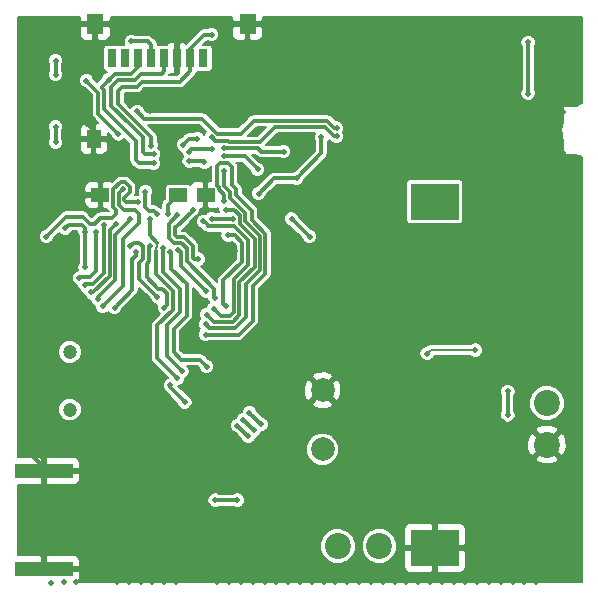
<source format=gbl>
G04 (created by PCBNEW-RS274X (2012-01-19 BZR 3256)-stable) date Mon 27 Feb 2012 04:05:37 GMT*
G01*
G70*
G90*
%MOIN*%
G04 Gerber Fmt 3.4, Leading zero omitted, Abs format*
%FSLAX34Y34*%
G04 APERTURE LIST*
%ADD10C,0.006000*%
%ADD11R,0.196900X0.047200*%
%ADD12C,0.078700*%
%ADD13C,0.047200*%
%ADD14C,0.086600*%
%ADD15R,0.031500X0.059100*%
%ADD16R,0.055100X0.066900*%
%ADD17R,0.059100X0.045300*%
%ADD18R,0.045300X0.059100*%
%ADD19R,0.160000X0.120000*%
%ADD20C,0.019700*%
%ADD21C,0.011800*%
%ADD22C,0.007900*%
%ADD23C,0.019700*%
G04 APERTURE END LIST*
G54D10*
G54D11*
X66063Y-52618D03*
X66063Y-55886D03*
G54D12*
X75354Y-51890D03*
X75354Y-49921D03*
G54D13*
X66929Y-50567D03*
X66929Y-48645D03*
G54D14*
X77244Y-55118D03*
X75866Y-55118D03*
X82835Y-51732D03*
X82835Y-50354D03*
G54D15*
X68346Y-38858D03*
X68779Y-38858D03*
X69212Y-38858D03*
X69645Y-38858D03*
X70078Y-38858D03*
X70511Y-38858D03*
X70944Y-38858D03*
X71377Y-38858D03*
G54D16*
X67775Y-37716D03*
X72854Y-37716D03*
G54D17*
X71456Y-43415D03*
X70551Y-43415D03*
X67952Y-43415D03*
G54D18*
X67726Y-41555D03*
G54D19*
X79094Y-55179D03*
X79094Y-43639D03*
G54D20*
X67441Y-44646D03*
X68976Y-38287D03*
X75315Y-41496D03*
X74488Y-42854D03*
X66772Y-44528D03*
X67441Y-45827D03*
X73228Y-43366D03*
X67441Y-46417D03*
X68071Y-44409D03*
X68937Y-44213D03*
X67874Y-46890D03*
X67638Y-46654D03*
X68465Y-44370D03*
X68701Y-43228D03*
X68031Y-47126D03*
X67795Y-44646D03*
X67244Y-46181D03*
X69134Y-45315D03*
X68425Y-47165D03*
X68937Y-45118D03*
X69843Y-46811D03*
X70276Y-49764D03*
X70769Y-50316D03*
X70079Y-47165D03*
X69606Y-45118D03*
X66457Y-41654D03*
X66457Y-41142D03*
X73307Y-51063D03*
X72913Y-50669D03*
X71496Y-49134D03*
X70276Y-45315D03*
X65748Y-39272D03*
X73228Y-48031D03*
X65256Y-38287D03*
X65945Y-40551D03*
X65748Y-41732D03*
X65748Y-41142D03*
X66929Y-37992D03*
X74606Y-46457D03*
X74213Y-46850D03*
X73622Y-47441D03*
X73327Y-47146D03*
X74311Y-48031D03*
X69449Y-37913D03*
X68406Y-37598D03*
X77165Y-39370D03*
X66732Y-38681D03*
X67421Y-38878D03*
X67913Y-38386D03*
X79724Y-52165D03*
X65256Y-39272D03*
X65256Y-38780D03*
X78150Y-47047D03*
X79134Y-46457D03*
X79528Y-45472D03*
X67913Y-38878D03*
X67598Y-52756D03*
X66929Y-38878D03*
X68898Y-37598D03*
X65748Y-42224D03*
X65945Y-42717D03*
X66929Y-37598D03*
X66732Y-38287D03*
X66142Y-38287D03*
X66142Y-38780D03*
X78740Y-44685D03*
X83858Y-54134D03*
X76969Y-52362D03*
X75984Y-52559D03*
X80709Y-48898D03*
X72835Y-39567D03*
X70276Y-40551D03*
X69783Y-42815D03*
X72835Y-40551D03*
X79724Y-44882D03*
X78346Y-41732D03*
X78346Y-42520D03*
X69606Y-40630D03*
X71949Y-40945D03*
X80315Y-48976D03*
X75000Y-56299D03*
X74606Y-56299D03*
X80118Y-51181D03*
X72835Y-55118D03*
X79134Y-45669D03*
X79134Y-47047D03*
X79724Y-56299D03*
X79528Y-41732D03*
X79528Y-39370D03*
X79528Y-40551D03*
X78346Y-39370D03*
X82480Y-56299D03*
X78346Y-40551D03*
X77165Y-41732D03*
X72343Y-40551D03*
X72146Y-39862D03*
X68110Y-52756D03*
X77165Y-40551D03*
X80315Y-55512D03*
X77165Y-42520D03*
X73937Y-45000D03*
X78543Y-49667D03*
X79331Y-56299D03*
X68504Y-56299D03*
X71654Y-40650D03*
X81299Y-48622D03*
X81102Y-47244D03*
X69685Y-53150D03*
X69882Y-52953D03*
X70157Y-54803D03*
X83248Y-44882D03*
X67126Y-56299D03*
X81299Y-56299D03*
X82874Y-54331D03*
X65945Y-54724D03*
X65551Y-54724D03*
X75394Y-56299D03*
X76795Y-47432D03*
X72835Y-40059D03*
X82087Y-48228D03*
X81102Y-46260D03*
X78937Y-56299D03*
X83858Y-38386D03*
X80512Y-56299D03*
X81102Y-45669D03*
X81299Y-45276D03*
X72126Y-54311D03*
X83622Y-42598D03*
X66535Y-54724D03*
X79528Y-42520D03*
X82874Y-53937D03*
X81850Y-46654D03*
X72835Y-39075D03*
X69882Y-56102D03*
X65945Y-53150D03*
X83858Y-54528D03*
X69094Y-56102D03*
X73819Y-56299D03*
X66732Y-56299D03*
X66299Y-56339D03*
X76575Y-44094D03*
X76772Y-45276D03*
X77165Y-45669D03*
X66142Y-41732D03*
X81496Y-51575D03*
X80709Y-37795D03*
X81496Y-51181D03*
X68898Y-55118D03*
X81496Y-47638D03*
X78740Y-47244D03*
X80709Y-55512D03*
X81102Y-55512D03*
X82677Y-55315D03*
X82874Y-55118D03*
X82874Y-54724D03*
X66142Y-41142D03*
X79331Y-44685D03*
X66142Y-42224D03*
X66732Y-42224D03*
X75787Y-56299D03*
X82677Y-49016D03*
X67677Y-49094D03*
X67677Y-47913D03*
X83661Y-53937D03*
X73898Y-41575D03*
X76378Y-52953D03*
X67717Y-50157D03*
X82283Y-37795D03*
X71535Y-48504D03*
X82283Y-55512D03*
X80906Y-48228D03*
X77756Y-44094D03*
X81102Y-37795D03*
X81890Y-37795D03*
X82677Y-37795D03*
X83465Y-37795D03*
X83858Y-37795D03*
X67343Y-54961D03*
X80709Y-51181D03*
X65748Y-49902D03*
X73819Y-44134D03*
X81890Y-55512D03*
X76180Y-55708D03*
X66890Y-47795D03*
X72244Y-55512D03*
X77953Y-52165D03*
X78543Y-56299D03*
X81752Y-41890D03*
X77756Y-56299D03*
X70551Y-37913D03*
X70000Y-37913D03*
X81496Y-37795D03*
X80315Y-46063D03*
X65551Y-53150D03*
X83071Y-37795D03*
X80315Y-51378D03*
X76575Y-56299D03*
X69685Y-56299D03*
X76772Y-53346D03*
X76969Y-53740D03*
X74134Y-52362D03*
X75591Y-55709D03*
X83071Y-55315D03*
X69291Y-56299D03*
X73720Y-54705D03*
X83858Y-54921D03*
X80118Y-56299D03*
X82677Y-56102D03*
X82677Y-55709D03*
X68898Y-53150D03*
X82604Y-39252D03*
X73189Y-41201D03*
X72047Y-45906D03*
X65827Y-50827D03*
X74606Y-53543D03*
X65276Y-51969D03*
X70079Y-56299D03*
X72087Y-49055D03*
X71123Y-49922D03*
X80080Y-53228D03*
X69173Y-47390D03*
X80256Y-45433D03*
X75197Y-39213D03*
X80177Y-49568D03*
X66575Y-45827D03*
X77559Y-55709D03*
X66417Y-49646D03*
X80708Y-38976D03*
X67126Y-45157D03*
X77657Y-53228D03*
X78976Y-48071D03*
X68898Y-56299D03*
X65445Y-37697D03*
X73031Y-56299D03*
X69173Y-48890D03*
X66063Y-55886D03*
X66063Y-52618D03*
X71024Y-50827D03*
X72087Y-39015D03*
X69173Y-47890D03*
X83858Y-40225D03*
X80709Y-45079D03*
X80256Y-47638D03*
X69488Y-53937D03*
X69094Y-53740D03*
X82598Y-46535D03*
X74685Y-39213D03*
X68110Y-53346D03*
X68504Y-53150D03*
X66339Y-52559D03*
X83858Y-39303D03*
X67520Y-41043D03*
X65354Y-52559D03*
X66456Y-43386D03*
X77362Y-56299D03*
X67638Y-44094D03*
X65748Y-49508D03*
X77795Y-46032D03*
X67146Y-42992D03*
X71102Y-37913D03*
X78150Y-56299D03*
X68701Y-53543D03*
X77953Y-55315D03*
X73425Y-56299D03*
X82598Y-40059D03*
X83858Y-44882D03*
X76575Y-44882D03*
X77165Y-44094D03*
X78150Y-44685D03*
X66732Y-52559D03*
X70079Y-53149D03*
X76181Y-56299D03*
X74429Y-39213D03*
X74941Y-39213D03*
X71478Y-51536D03*
X73701Y-54370D03*
X71300Y-55670D03*
X81102Y-51575D03*
X67323Y-54586D03*
X76969Y-56299D03*
X75984Y-38976D03*
X74941Y-41496D03*
X69685Y-53543D03*
X75354Y-44429D03*
X74213Y-56299D03*
X83071Y-52756D03*
X80236Y-54331D03*
X75984Y-39409D03*
X74961Y-44429D03*
X71201Y-55177D03*
X73150Y-54744D03*
X66457Y-51102D03*
X76142Y-47205D03*
X83858Y-43799D03*
X81102Y-44882D03*
X65551Y-51969D03*
X74606Y-52953D03*
X83228Y-39055D03*
X72146Y-52087D03*
X71478Y-51142D03*
X82598Y-38681D03*
X82205Y-40847D03*
X74803Y-56102D03*
X75197Y-55709D03*
X79567Y-49450D03*
X78681Y-53937D03*
X79213Y-52283D03*
X80708Y-39842D03*
X76181Y-37795D03*
X75000Y-37795D03*
X82382Y-43701D03*
X82677Y-52559D03*
X83268Y-43110D03*
X74961Y-48661D03*
X82677Y-43898D03*
X81699Y-39088D03*
X81398Y-43504D03*
X82480Y-44980D03*
X81398Y-44685D03*
X83268Y-49409D03*
X83858Y-51575D03*
X81699Y-39667D03*
X77953Y-50984D03*
X71575Y-55157D03*
X83071Y-49016D03*
X76142Y-48228D03*
X75906Y-48465D03*
X83858Y-50394D03*
X65445Y-39863D03*
X80709Y-45472D03*
X83268Y-43799D03*
X82382Y-43209D03*
X80709Y-53150D03*
X81693Y-53150D03*
X72913Y-49724D03*
X79291Y-49291D03*
X83858Y-52362D03*
X69291Y-53150D03*
X72638Y-56299D03*
X72421Y-45276D03*
X71614Y-45984D03*
X83858Y-51969D03*
X83661Y-52756D03*
X72756Y-48819D03*
X73819Y-37795D03*
X83858Y-49606D03*
X72244Y-37598D03*
X73740Y-48661D03*
X74213Y-45079D03*
X75394Y-47441D03*
X83858Y-50000D03*
X74823Y-55669D03*
X83228Y-39370D03*
X68583Y-38268D03*
X77559Y-47835D03*
X78957Y-49568D03*
X67323Y-42520D03*
X67126Y-41732D03*
X67520Y-42224D03*
X66732Y-41831D03*
X74409Y-37795D03*
X65748Y-52559D03*
X80748Y-49371D03*
X83858Y-50787D03*
X82087Y-49803D03*
X81890Y-53346D03*
X81496Y-53740D03*
X83366Y-40650D03*
X82972Y-41535D03*
X83366Y-42028D03*
X82972Y-42028D03*
X83268Y-41142D03*
X66929Y-42520D03*
X80315Y-52165D03*
X81299Y-52165D03*
X73622Y-39173D03*
X78661Y-49370D03*
X81693Y-40354D03*
X70079Y-42520D03*
X70669Y-42913D03*
X71123Y-50316D03*
X80177Y-49352D03*
X81693Y-40748D03*
X75591Y-37795D03*
X82382Y-42717D03*
X74409Y-45866D03*
X79291Y-49606D03*
X73425Y-38386D03*
X79843Y-49606D03*
X73425Y-37598D03*
X79843Y-49291D03*
X73622Y-40354D03*
X69783Y-43307D03*
X70472Y-42323D03*
X81890Y-53740D03*
X66417Y-50236D03*
X66811Y-51535D03*
X81299Y-40945D03*
X78957Y-49352D03*
X71654Y-37598D03*
X79134Y-37795D03*
X78543Y-37795D03*
X77953Y-37795D03*
X77362Y-37795D03*
X72441Y-54921D03*
X79724Y-37795D03*
X78150Y-48425D03*
X75197Y-39961D03*
X73622Y-39764D03*
X74016Y-39764D03*
X74409Y-51299D03*
X67756Y-51220D03*
X72244Y-51614D03*
X65945Y-55315D03*
X66929Y-55315D03*
X80315Y-37795D03*
X67677Y-48504D03*
X81693Y-56299D03*
X65551Y-55315D03*
X65551Y-53740D03*
X73543Y-50748D03*
X71850Y-56299D03*
X81496Y-40157D03*
X71614Y-50669D03*
X68071Y-50551D03*
X75394Y-47835D03*
X73976Y-51535D03*
X68150Y-51535D03*
X66929Y-53150D03*
X68898Y-54724D03*
X73150Y-48661D03*
X82087Y-56299D03*
X65276Y-51654D03*
X67756Y-50866D03*
X72244Y-56299D03*
X72244Y-55906D03*
X72244Y-55118D03*
X83858Y-38780D03*
X69488Y-55315D03*
X78543Y-51261D03*
X67283Y-47520D03*
X81299Y-48031D03*
X80906Y-56299D03*
X70079Y-52677D03*
X71063Y-53937D03*
X70669Y-53937D03*
X70472Y-52953D03*
X66535Y-55315D03*
X66417Y-49016D03*
X65787Y-48661D03*
X66299Y-47795D03*
X70866Y-52953D03*
X69882Y-55118D03*
X74291Y-48661D03*
X76772Y-37795D03*
X83268Y-53937D03*
X66339Y-55906D03*
X71457Y-53937D03*
X66732Y-55906D03*
X65906Y-48150D03*
X74488Y-43602D03*
X78543Y-50710D03*
X73228Y-55118D03*
X70669Y-52756D03*
X80118Y-53740D03*
X65945Y-53740D03*
X66535Y-53740D03*
X66929Y-54724D03*
X74016Y-55315D03*
X78150Y-51772D03*
X77756Y-50000D03*
X72520Y-54311D03*
X74016Y-55709D03*
X77953Y-49213D03*
X83465Y-55315D03*
X65748Y-55906D03*
X81496Y-55512D03*
X70472Y-56299D03*
X82283Y-49016D03*
X83661Y-49409D03*
X82283Y-44783D03*
X67343Y-56063D03*
X72127Y-52501D03*
X76142Y-47677D03*
X68701Y-55315D03*
X74606Y-45472D03*
X77559Y-52362D03*
X76575Y-51969D03*
X82677Y-49606D03*
X83858Y-51181D03*
X81398Y-43110D03*
X81398Y-44094D03*
X81829Y-39378D03*
X73701Y-55118D03*
X66929Y-53740D03*
X78937Y-53937D03*
X80512Y-53740D03*
X81299Y-53150D03*
X73780Y-51024D03*
X75433Y-48661D03*
X81890Y-49016D03*
X81890Y-49409D03*
X68228Y-50945D03*
X75394Y-46850D03*
X77953Y-48228D03*
X66535Y-53150D03*
X80906Y-52165D03*
X68504Y-54724D03*
X81496Y-51969D03*
X78150Y-48819D03*
X77756Y-49606D03*
X77953Y-50591D03*
X68307Y-55315D03*
X77953Y-51378D03*
X80709Y-51969D03*
X75984Y-50984D03*
X68110Y-54724D03*
X74882Y-50866D03*
X75315Y-50866D03*
X76378Y-51378D03*
X74409Y-56102D03*
X76575Y-55315D03*
X76969Y-55709D03*
X75197Y-46260D03*
X75000Y-45866D03*
X72756Y-49291D03*
X83858Y-55315D03*
X73346Y-50118D03*
X67677Y-49646D03*
X69094Y-55315D03*
X76378Y-46496D03*
X74252Y-51811D03*
X73976Y-52047D03*
X65354Y-55906D03*
X68110Y-55118D03*
X69173Y-40630D03*
X75827Y-41181D03*
X71654Y-41496D03*
X75827Y-41457D03*
X72126Y-43898D03*
X71496Y-47402D03*
X72087Y-43622D03*
X71457Y-48071D03*
X71457Y-47717D03*
X72087Y-42598D03*
X71378Y-44291D03*
X71732Y-47205D03*
X72520Y-53583D03*
X71772Y-53583D03*
X71220Y-45551D03*
X71417Y-42323D03*
X70906Y-42283D03*
X71024Y-43898D03*
X82205Y-38327D03*
X82205Y-40039D03*
X66457Y-38937D03*
X66457Y-39409D03*
X67480Y-39606D03*
X72126Y-47126D03*
X72205Y-44764D03*
X68543Y-41378D03*
X69606Y-44213D03*
X70512Y-49528D03*
X72520Y-51102D03*
X72874Y-51457D03*
X73071Y-51260D03*
X72717Y-50906D03*
X70039Y-45197D03*
X70669Y-49291D03*
X70709Y-41732D03*
X71181Y-41535D03*
X69724Y-42047D03*
X68228Y-39567D03*
X69724Y-42362D03*
X70906Y-41969D03*
X71654Y-41890D03*
X69843Y-44055D03*
X71654Y-38071D03*
X69449Y-43307D03*
X69646Y-41772D03*
X70197Y-44055D03*
X72087Y-42126D03*
X73189Y-42559D03*
X72087Y-41850D03*
X74055Y-41969D03*
X71772Y-46850D03*
X70512Y-44094D03*
X71457Y-46614D03*
X70551Y-45236D03*
X79055Y-43622D03*
X66142Y-44803D03*
X81535Y-49961D03*
X81535Y-50748D03*
X69213Y-43661D03*
X72362Y-44213D03*
X71654Y-44213D03*
X74921Y-44803D03*
X74331Y-44213D03*
X80453Y-48583D03*
X78839Y-48701D03*
G54D21*
X74488Y-42854D02*
X75315Y-42027D01*
X67441Y-45827D02*
X67441Y-44646D01*
X66891Y-44409D02*
X67322Y-44409D01*
X67441Y-44528D02*
X67441Y-44646D01*
X69645Y-38405D02*
X69527Y-38287D01*
X66772Y-44528D02*
X66891Y-44409D01*
X67322Y-44409D02*
X67441Y-44528D01*
X69645Y-38858D02*
X69645Y-38405D01*
X69527Y-38287D02*
X68976Y-38287D01*
X74488Y-42854D02*
X73740Y-42854D01*
X73740Y-42854D02*
X73228Y-43366D01*
X75315Y-42027D02*
X75315Y-41496D01*
X67716Y-46378D02*
X68071Y-46023D01*
X67441Y-46417D02*
X67480Y-46378D01*
X67480Y-46378D02*
X67716Y-46378D01*
X68071Y-46023D02*
X68071Y-44409D01*
X68448Y-46237D02*
X68448Y-44741D01*
X68937Y-44252D02*
X68937Y-44213D01*
X68448Y-44741D02*
X68937Y-44252D01*
X67874Y-46890D02*
X67874Y-46850D01*
X67874Y-46850D02*
X67874Y-46811D01*
X67874Y-46811D02*
X68448Y-46237D01*
X67638Y-46654D02*
X67677Y-46654D01*
X67677Y-46654D02*
X67717Y-46654D01*
X67717Y-46654D02*
X68268Y-46103D01*
X68268Y-46103D02*
X68268Y-44567D01*
X68268Y-44567D02*
X68465Y-44370D01*
X69095Y-43898D02*
X68740Y-43898D01*
X68724Y-43898D02*
X68566Y-43740D01*
X68031Y-47126D02*
X68701Y-46456D01*
X68701Y-46456D02*
X68701Y-44882D01*
X68566Y-43363D02*
X68701Y-43228D01*
X68566Y-43740D02*
X68566Y-43363D01*
X68740Y-43898D02*
X68724Y-43898D01*
X68701Y-44882D02*
X69252Y-44331D01*
X69252Y-44331D02*
X69252Y-44055D01*
X69252Y-44055D02*
X69095Y-43898D01*
X67283Y-46142D02*
X67599Y-46142D01*
X67795Y-45946D02*
X67795Y-44646D01*
X67599Y-46142D02*
X67795Y-45946D01*
X67244Y-46181D02*
X67283Y-46142D01*
X69016Y-45551D02*
X69134Y-45433D01*
X69134Y-45433D02*
X69134Y-45315D01*
X69016Y-45709D02*
X69016Y-45551D01*
X69016Y-46574D02*
X69016Y-45709D01*
X68425Y-47165D02*
X69016Y-46574D01*
X69252Y-46220D02*
X69252Y-45905D01*
X69370Y-45551D02*
X69252Y-45669D01*
X69252Y-45669D02*
X69252Y-45905D01*
X69213Y-45000D02*
X69252Y-45000D01*
X69213Y-45000D02*
X69055Y-45000D01*
X69370Y-45118D02*
X69370Y-45551D01*
X69252Y-45000D02*
X69370Y-45118D01*
X69843Y-46811D02*
X69252Y-46220D01*
X69055Y-45000D02*
X68937Y-45118D01*
X70157Y-46692D02*
X70000Y-46535D01*
X69881Y-46535D02*
X69488Y-46142D01*
X70000Y-46535D02*
X69881Y-46535D01*
X69488Y-46024D02*
X69488Y-45709D01*
X69488Y-46142D02*
X69488Y-46024D01*
X70157Y-47087D02*
X70157Y-46692D01*
X70276Y-49823D02*
X70276Y-49764D01*
X70769Y-50316D02*
X70276Y-49823D01*
X70079Y-47165D02*
X70157Y-47087D01*
X69488Y-45709D02*
X69567Y-45630D01*
X69567Y-45630D02*
X69567Y-45157D01*
X69567Y-45157D02*
X69606Y-45118D01*
X66457Y-41654D02*
X66457Y-41142D01*
X70827Y-47441D02*
X70827Y-46379D01*
X71270Y-48908D02*
X71260Y-48898D01*
X70394Y-47874D02*
X70827Y-47441D01*
X70394Y-48661D02*
X70394Y-47874D01*
X71496Y-49134D02*
X71270Y-48908D01*
X70631Y-48898D02*
X70394Y-48661D01*
X73307Y-51063D02*
X72913Y-50669D01*
X70315Y-45354D02*
X70276Y-45315D01*
X70315Y-45867D02*
X70315Y-45394D01*
X71260Y-48898D02*
X70631Y-48898D01*
X70315Y-45394D02*
X70315Y-45354D01*
X70827Y-46379D02*
X70315Y-45867D01*
X73622Y-47441D02*
X74213Y-46850D01*
X65748Y-41142D02*
X65748Y-41732D01*
X69094Y-37598D02*
X68898Y-37598D01*
X68898Y-37598D02*
X68406Y-37598D01*
X69409Y-37913D02*
X69094Y-37598D01*
X69449Y-37913D02*
X69409Y-37913D01*
X66732Y-38287D02*
X66142Y-38287D01*
X76969Y-52362D02*
X76378Y-52953D01*
X75945Y-39449D02*
X75945Y-39448D01*
X79568Y-49449D02*
X79567Y-49450D01*
X81693Y-48228D02*
X81299Y-48622D01*
X65748Y-55906D02*
X66063Y-55886D01*
X71123Y-49922D02*
X71220Y-49922D01*
X71142Y-49921D02*
X71124Y-49921D01*
X69528Y-37913D02*
X69449Y-37913D01*
X66732Y-42224D02*
X66142Y-42224D01*
X71124Y-49921D02*
X71123Y-49922D01*
X65505Y-39803D02*
X65512Y-39803D01*
X74941Y-41496D02*
X74961Y-41496D01*
X67726Y-41249D02*
X67520Y-41043D01*
X80256Y-45433D02*
X80276Y-45433D01*
X83830Y-39331D02*
X83819Y-39331D01*
X72086Y-49055D02*
X71535Y-48504D01*
X76180Y-55708D02*
X76181Y-55709D01*
X68110Y-52756D02*
X67598Y-52756D01*
X81102Y-51575D02*
X80512Y-51575D01*
X80512Y-51575D02*
X80315Y-51378D01*
X74941Y-44449D02*
X74961Y-44429D01*
X72087Y-39015D02*
X72087Y-39016D01*
X72146Y-52087D02*
X72126Y-52087D01*
X82604Y-39252D02*
X82598Y-39252D01*
X80709Y-39803D02*
X80709Y-39841D01*
X73739Y-54724D02*
X73720Y-54705D01*
X71300Y-55670D02*
X71299Y-55669D01*
X73740Y-54724D02*
X73739Y-54724D01*
X80709Y-49370D02*
X80747Y-49370D01*
X76379Y-52953D02*
X76772Y-53346D01*
X76379Y-52953D02*
X76378Y-52953D01*
X74134Y-52481D02*
X74134Y-52362D01*
X76180Y-55708D02*
X76181Y-55709D01*
X65354Y-52559D02*
X66063Y-52618D01*
X65748Y-49508D02*
X65748Y-49528D01*
X72148Y-52480D02*
X72165Y-52480D01*
X65551Y-51969D02*
X65590Y-51969D01*
X66339Y-52559D02*
X66063Y-52618D01*
X72087Y-49055D02*
X72086Y-49055D01*
X71220Y-49922D02*
X72087Y-49055D01*
X72127Y-52501D02*
X72148Y-52480D01*
X73189Y-41201D02*
X73189Y-41181D01*
X65354Y-55906D02*
X66063Y-55886D01*
X83858Y-40225D02*
X83869Y-40236D01*
X78720Y-53976D02*
X78681Y-53937D01*
X79571Y-49449D02*
X79568Y-49449D01*
X78505Y-51299D02*
X78543Y-51261D01*
X74488Y-43602D02*
X74488Y-43583D01*
X72165Y-54331D02*
X72146Y-54331D01*
X65433Y-37709D02*
X65433Y-37717D01*
X69134Y-47441D02*
X69134Y-47429D01*
X80709Y-39841D02*
X80708Y-39842D01*
X80236Y-54331D02*
X80236Y-54291D01*
X80189Y-49575D02*
X80184Y-49575D01*
X74941Y-39213D02*
X74921Y-39213D01*
X66456Y-43386D02*
X66457Y-43386D01*
X71102Y-37913D02*
X71102Y-37874D01*
X77835Y-45992D02*
X77795Y-46032D01*
X78504Y-51299D02*
X78505Y-51299D01*
X80184Y-49575D02*
X80177Y-49568D01*
X73170Y-54724D02*
X73150Y-54744D01*
X65748Y-49508D02*
X65748Y-49528D01*
X69134Y-47429D02*
X69173Y-47390D01*
X82578Y-40079D02*
X82598Y-40059D01*
X71614Y-45984D02*
X71575Y-45984D01*
X80256Y-47638D02*
X80276Y-47658D01*
X71479Y-51535D02*
X71496Y-51535D01*
X74921Y-44449D02*
X74941Y-44449D01*
X66575Y-45827D02*
X66614Y-45827D01*
X69173Y-48890D02*
X69173Y-48898D01*
X80747Y-49370D02*
X80748Y-49371D01*
X77657Y-53228D02*
X77638Y-53228D01*
X72047Y-45906D02*
X72087Y-45906D01*
X72540Y-54331D02*
X72520Y-54311D01*
X74134Y-52481D02*
X74606Y-52953D01*
X65590Y-51969D02*
X66457Y-51102D01*
X74823Y-55669D02*
X74843Y-55669D01*
X82559Y-40079D02*
X82578Y-40079D01*
X71142Y-50335D02*
X71123Y-50316D01*
X71478Y-51536D02*
X71479Y-51535D01*
X71142Y-50354D02*
X71142Y-50335D01*
X78543Y-50710D02*
X78543Y-50787D01*
X72421Y-45276D02*
X72421Y-45334D01*
X72421Y-45276D02*
X72421Y-45334D01*
X80276Y-47658D02*
X80276Y-47677D01*
X83858Y-39303D02*
X83830Y-39331D01*
X71478Y-51142D02*
X71457Y-51163D01*
X70079Y-53149D02*
X70079Y-53150D01*
X67726Y-41555D02*
X67726Y-41249D01*
X67323Y-54586D02*
X67323Y-54606D01*
X78740Y-53976D02*
X78720Y-53976D01*
X71201Y-55177D02*
X71181Y-55197D01*
X71457Y-51163D02*
X71457Y-51181D01*
X83228Y-44902D02*
X83248Y-44882D01*
X80080Y-53228D02*
X80079Y-53228D01*
X82087Y-48228D02*
X81693Y-48228D01*
X73189Y-54724D02*
X73170Y-54724D01*
X75984Y-38976D02*
X76024Y-38976D01*
X82185Y-44685D02*
X81398Y-44685D01*
X67362Y-54882D02*
X67362Y-54942D01*
X67343Y-56063D02*
X67362Y-56063D01*
X74429Y-39213D02*
X74409Y-39213D01*
X81699Y-39667D02*
X81693Y-39673D01*
X81693Y-39673D02*
X81693Y-39764D01*
X80708Y-38976D02*
X80709Y-38976D01*
X72146Y-54331D02*
X72126Y-54311D01*
X69173Y-47890D02*
X69173Y-47874D01*
X77835Y-45906D02*
X77835Y-45992D01*
X72441Y-45354D02*
X72421Y-45334D01*
X67362Y-54942D02*
X67343Y-54961D01*
X71024Y-50827D02*
X71063Y-50827D01*
X78976Y-49549D02*
X78976Y-49528D01*
X78543Y-49667D02*
X78543Y-49646D01*
X65748Y-52559D02*
X66063Y-52618D01*
X72559Y-54331D02*
X72540Y-54331D01*
X78957Y-49568D02*
X78976Y-49549D01*
X81752Y-41890D02*
X81693Y-41890D01*
X76804Y-47441D02*
X76795Y-47432D01*
X71456Y-42815D02*
X71456Y-43415D01*
X71358Y-42913D02*
X70669Y-42913D01*
X80177Y-49352D02*
X80159Y-49370D01*
X81699Y-39088D02*
X81693Y-39094D01*
X81693Y-39094D02*
X81693Y-39173D01*
X82165Y-40827D02*
X82185Y-40827D01*
X75354Y-44429D02*
X75354Y-44449D01*
X71456Y-42815D02*
X71358Y-42913D01*
X82185Y-40827D02*
X82205Y-40847D01*
X78975Y-49370D02*
X78957Y-49352D01*
X78976Y-49370D02*
X78975Y-49370D01*
X80159Y-49370D02*
X80157Y-49370D01*
X79213Y-52283D02*
X79252Y-52244D01*
X66339Y-55906D02*
X66063Y-55886D01*
X66142Y-49016D02*
X65787Y-48661D01*
X66732Y-52559D02*
X66063Y-52618D01*
X75945Y-39448D02*
X75984Y-39409D01*
X66732Y-55906D02*
X66063Y-55886D01*
X66142Y-49016D02*
X66417Y-49016D01*
X65445Y-37697D02*
X65433Y-37709D01*
X67126Y-43012D02*
X67146Y-42992D01*
X67126Y-43031D02*
X67126Y-43012D01*
X82598Y-38681D02*
X82598Y-38701D01*
X65748Y-49902D02*
X65748Y-49882D01*
X76850Y-47441D02*
X76804Y-47441D01*
X65445Y-39863D02*
X65505Y-39803D01*
X82185Y-44685D02*
X82283Y-44783D01*
X81811Y-39370D02*
X81821Y-39370D01*
X66063Y-52481D02*
X65551Y-51969D01*
X83228Y-44921D02*
X83228Y-44902D01*
X66063Y-52618D02*
X66063Y-52481D01*
X81821Y-39370D02*
X81829Y-39378D01*
X83869Y-40236D02*
X83898Y-40236D01*
X69409Y-40866D02*
X69173Y-40630D01*
X71339Y-40866D02*
X69409Y-40866D01*
X71851Y-41378D02*
X71339Y-40866D01*
X75827Y-41181D02*
X75748Y-41181D01*
X75748Y-41181D02*
X75512Y-40945D01*
X73898Y-40945D02*
X73070Y-40945D01*
X73070Y-40945D02*
X72637Y-41378D01*
X72637Y-41378D02*
X71851Y-41378D01*
X75512Y-40945D02*
X73898Y-40945D01*
X73425Y-41497D02*
X73268Y-41654D01*
X73268Y-41654D02*
X72245Y-41654D01*
X72245Y-41654D02*
X72205Y-41614D01*
X72205Y-41614D02*
X71772Y-41614D01*
X71772Y-41614D02*
X71654Y-41496D01*
X75748Y-41457D02*
X75433Y-41142D01*
X75433Y-41142D02*
X73779Y-41142D01*
X73779Y-41142D02*
X73425Y-41496D01*
X75827Y-41457D02*
X75748Y-41457D01*
X73425Y-41496D02*
X73425Y-41497D01*
X72598Y-44213D02*
X72598Y-44094D01*
X72582Y-47418D02*
X72582Y-46316D01*
X72582Y-46316D02*
X73093Y-45805D01*
X73093Y-45805D02*
X73093Y-44865D01*
X72362Y-47638D02*
X72582Y-47418D01*
X72402Y-43898D02*
X72126Y-43898D01*
X73093Y-44865D02*
X72598Y-44370D01*
X72598Y-44370D02*
X72598Y-44213D01*
X71496Y-47402D02*
X71732Y-47638D01*
X71732Y-47638D02*
X72362Y-47638D01*
X72598Y-44094D02*
X72402Y-43898D01*
X72480Y-43425D02*
X72480Y-43228D01*
X72480Y-43228D02*
X72323Y-43071D01*
X72323Y-43071D02*
X72323Y-42913D01*
X73453Y-46036D02*
X73453Y-45236D01*
X73031Y-46458D02*
X73453Y-46036D01*
X73031Y-47599D02*
X73031Y-46458D01*
X72559Y-48071D02*
X73031Y-47599D01*
X71457Y-48071D02*
X72559Y-48071D01*
X72323Y-42480D02*
X72323Y-42638D01*
X72205Y-42362D02*
X72323Y-42480D01*
X71930Y-42362D02*
X72205Y-42362D01*
X71850Y-42442D02*
X71930Y-42362D01*
X71850Y-42599D02*
X71850Y-42442D01*
X73453Y-45236D02*
X73453Y-44961D01*
X72323Y-42913D02*
X72323Y-42638D01*
X71850Y-42599D02*
X71850Y-43031D01*
X71850Y-43031D02*
X71850Y-43071D01*
X71850Y-43071D02*
X71850Y-43110D01*
X71850Y-43110D02*
X71890Y-43150D01*
X71890Y-43150D02*
X71890Y-43229D01*
X71890Y-43229D02*
X72087Y-43426D01*
X72087Y-43426D02*
X72087Y-43622D01*
X73453Y-44961D02*
X73453Y-44708D01*
X73453Y-44708D02*
X72992Y-44247D01*
X72992Y-44247D02*
X72992Y-43937D01*
X72992Y-43937D02*
X72480Y-43425D01*
X72440Y-47835D02*
X72795Y-47480D01*
X71575Y-47835D02*
X72440Y-47835D01*
X71457Y-47717D02*
X71575Y-47835D01*
X73273Y-44921D02*
X73273Y-44786D01*
X73273Y-44786D02*
X72778Y-44291D01*
X72778Y-44291D02*
X72778Y-43998D01*
X72778Y-43998D02*
X72283Y-43503D01*
X72283Y-43503D02*
X72283Y-43307D01*
X72283Y-43307D02*
X72087Y-43111D01*
X72087Y-43111D02*
X72087Y-42598D01*
X73273Y-45901D02*
X73273Y-44921D01*
X72795Y-46379D02*
X73273Y-45901D01*
X72795Y-47480D02*
X72795Y-46379D01*
X72874Y-44921D02*
X72402Y-44449D01*
X72402Y-44449D02*
X71535Y-44449D01*
X71535Y-44449D02*
X71535Y-44409D01*
X72402Y-46220D02*
X72874Y-45748D01*
X72402Y-46417D02*
X72402Y-46220D01*
X71535Y-44409D02*
X71417Y-44291D01*
X71417Y-44291D02*
X71378Y-44291D01*
X71732Y-47205D02*
X71968Y-47441D01*
X71968Y-47441D02*
X72283Y-47441D01*
X72283Y-47441D02*
X72402Y-47322D01*
X72402Y-47322D02*
X72402Y-46417D01*
X72874Y-45748D02*
X72874Y-44921D01*
X71772Y-53583D02*
X72520Y-53583D01*
X70512Y-44820D02*
X70433Y-44741D01*
X70725Y-44820D02*
X70512Y-44820D01*
X71024Y-45119D02*
X70725Y-44820D01*
X71024Y-45512D02*
X71024Y-45119D01*
X71063Y-45551D02*
X71024Y-45512D01*
X71220Y-45551D02*
X71063Y-45551D01*
X71417Y-42323D02*
X71377Y-42283D01*
X71377Y-42283D02*
X70906Y-42283D01*
X71024Y-43937D02*
X71024Y-43898D01*
X70473Y-44488D02*
X71024Y-43937D01*
X70433Y-44488D02*
X70473Y-44488D01*
X70433Y-44741D02*
X70433Y-44488D01*
X82205Y-38327D02*
X82205Y-40039D01*
X68543Y-41378D02*
X67874Y-40709D01*
X67874Y-40709D02*
X67874Y-40000D01*
X67874Y-40000D02*
X67480Y-39606D01*
X72677Y-45000D02*
X72441Y-44764D01*
X66457Y-38937D02*
X66457Y-39409D01*
X72126Y-47126D02*
X72047Y-47047D01*
X72047Y-47047D02*
X72047Y-46261D01*
X72047Y-46261D02*
X72677Y-45631D01*
X72677Y-45631D02*
X72677Y-45000D01*
X72441Y-44764D02*
X72205Y-44764D01*
X69803Y-45315D02*
X69803Y-45276D01*
X69843Y-45001D02*
X69606Y-44764D01*
X69606Y-44764D02*
X69606Y-44213D01*
X70512Y-49528D02*
X69843Y-48859D01*
X69843Y-48859D02*
X69843Y-47755D01*
X69843Y-47755D02*
X70354Y-47244D01*
G54D22*
X69843Y-45157D02*
X69843Y-45001D01*
X69803Y-45197D02*
X69843Y-45157D01*
X69803Y-45276D02*
X69803Y-45197D01*
G54D21*
X70354Y-47244D02*
X70354Y-46890D01*
X69803Y-46063D02*
X69803Y-45315D01*
X70354Y-46614D02*
X69803Y-46063D01*
X70354Y-46890D02*
X70354Y-46614D01*
X72520Y-51103D02*
X72520Y-51102D01*
X72874Y-51457D02*
X72520Y-51103D01*
X73071Y-51260D02*
X72717Y-50906D01*
X70039Y-45354D02*
X70039Y-45197D01*
X70039Y-45984D02*
X70039Y-45354D01*
X70591Y-46536D02*
X70039Y-45984D01*
X70591Y-47322D02*
X70591Y-46536D01*
X70158Y-47755D02*
X70591Y-47322D01*
X70158Y-48780D02*
X70158Y-47755D01*
X70669Y-49291D02*
X70158Y-48780D01*
X70709Y-41732D02*
X70906Y-41535D01*
X70906Y-41535D02*
X71181Y-41535D01*
X69449Y-42047D02*
X69724Y-42047D01*
X68307Y-40433D02*
X68937Y-41063D01*
X70078Y-38858D02*
X70078Y-39292D01*
X68937Y-41063D02*
X69370Y-41496D01*
X69370Y-41496D02*
X69370Y-41968D01*
X69370Y-41968D02*
X69449Y-42047D01*
X70078Y-39292D02*
X70000Y-39370D01*
X70000Y-39370D02*
X69291Y-39370D01*
X69291Y-39370D02*
X69094Y-39567D01*
X69094Y-39567D02*
X68543Y-39567D01*
X68543Y-39567D02*
X68307Y-39803D01*
X68307Y-39803D02*
X68307Y-40433D01*
X69212Y-38858D02*
X69212Y-39134D01*
X68425Y-39370D02*
X68228Y-39567D01*
X68976Y-39370D02*
X68425Y-39370D01*
X69212Y-39134D02*
X68976Y-39370D01*
X67992Y-39843D02*
X68071Y-39922D01*
X69252Y-42362D02*
X69724Y-42362D01*
X69173Y-42283D02*
X69252Y-42362D01*
X67992Y-39803D02*
X67992Y-39843D01*
X68858Y-41339D02*
X68661Y-41142D01*
X68859Y-41339D02*
X68858Y-41339D01*
X69134Y-42244D02*
X69173Y-42283D01*
X69134Y-41614D02*
X69134Y-42244D01*
X69134Y-41614D02*
X68859Y-41339D01*
X67992Y-39803D02*
X68228Y-39567D01*
X70906Y-41969D02*
X70985Y-41890D01*
X70985Y-41890D02*
X71654Y-41890D01*
X68071Y-40552D02*
X68661Y-41142D01*
X68071Y-39922D02*
X68071Y-40552D01*
X69567Y-43937D02*
X69449Y-43819D01*
X69725Y-43937D02*
X69567Y-43937D01*
X69843Y-44055D02*
X69725Y-43937D01*
X69449Y-43544D02*
X69449Y-43307D01*
X69646Y-41496D02*
X69646Y-41772D01*
X69292Y-41142D02*
X69646Y-41496D01*
X70944Y-38544D02*
X71417Y-38071D01*
X71417Y-38071D02*
X71654Y-38071D01*
X70944Y-38858D02*
X70944Y-38544D01*
X69291Y-41142D02*
X69292Y-41142D01*
X70944Y-39292D02*
X70590Y-39646D01*
X70944Y-38858D02*
X70944Y-39292D01*
X68543Y-40394D02*
X69291Y-41142D01*
X68543Y-39944D02*
X68543Y-40394D01*
X68684Y-39803D02*
X68543Y-39944D01*
X69173Y-39803D02*
X68684Y-39803D01*
X69330Y-39646D02*
X69173Y-39803D01*
X70590Y-39646D02*
X69330Y-39646D01*
X69449Y-43819D02*
X69449Y-43544D01*
X70197Y-44055D02*
X70197Y-43819D01*
X70197Y-43819D02*
X70197Y-43740D01*
X70197Y-43740D02*
X70522Y-43415D01*
X70522Y-43415D02*
X70551Y-43415D01*
X72756Y-42126D02*
X72087Y-42126D01*
X73189Y-42559D02*
X72756Y-42126D01*
X73188Y-41850D02*
X72087Y-41850D01*
X73307Y-41969D02*
X73188Y-41850D01*
X74055Y-41969D02*
X73307Y-41969D01*
X71772Y-46850D02*
X71732Y-46810D01*
X70827Y-45630D02*
X70827Y-45197D01*
X70827Y-45197D02*
X70630Y-45000D01*
X70630Y-45000D02*
X70393Y-45000D01*
X70393Y-45000D02*
X70236Y-44843D01*
X70236Y-44843D02*
X70236Y-44370D01*
X70236Y-44370D02*
X70512Y-44094D01*
X71732Y-46810D02*
X71732Y-46535D01*
X71732Y-46535D02*
X70827Y-45630D01*
X70630Y-45433D02*
X70630Y-45315D01*
X70630Y-45787D02*
X70630Y-45433D01*
X71457Y-46614D02*
X70630Y-45787D01*
X70630Y-45315D02*
X70551Y-45236D01*
G54D23*
X79072Y-43639D02*
X79094Y-43639D01*
X79055Y-43622D02*
X79072Y-43639D01*
G54D21*
X68465Y-43899D02*
X68386Y-43820D01*
X66811Y-44134D02*
X66142Y-44803D01*
X66811Y-44134D02*
X67363Y-44134D01*
X67363Y-44134D02*
X67599Y-44370D01*
X67599Y-44370D02*
X67755Y-44370D01*
X67755Y-44370D02*
X67952Y-44173D01*
X67952Y-44173D02*
X68346Y-44173D01*
X68346Y-44173D02*
X68465Y-44054D01*
X68465Y-44054D02*
X68465Y-43899D01*
X81535Y-50748D02*
X81535Y-49961D01*
X68386Y-43819D02*
X68386Y-43820D01*
X68819Y-43656D02*
X69128Y-43656D01*
X68386Y-43346D02*
X68386Y-43820D01*
X68386Y-43346D02*
X68386Y-43228D01*
X69128Y-43656D02*
X69208Y-43656D01*
X69208Y-43656D02*
X69213Y-43661D01*
X68937Y-43150D02*
X68937Y-43308D01*
X68779Y-42992D02*
X68937Y-43150D01*
X71654Y-44213D02*
X72362Y-44213D01*
X68937Y-43308D02*
X68746Y-43499D01*
X68746Y-43499D02*
X68746Y-43583D01*
X68746Y-43583D02*
X68819Y-43656D01*
X68386Y-43228D02*
X68622Y-42992D01*
X68622Y-42992D02*
X68779Y-42992D01*
X74921Y-44803D02*
X74331Y-44213D01*
G54D22*
X78957Y-48583D02*
X80453Y-48583D01*
X78839Y-48701D02*
X78957Y-48583D01*
G54D10*
G36*
X73454Y-41161D02*
X73272Y-41343D01*
X73269Y-41346D01*
X73178Y-41438D01*
X72882Y-41438D01*
X73159Y-41161D01*
X73454Y-41161D01*
X73454Y-41161D01*
G37*
G54D22*
X73454Y-41161D02*
X73272Y-41343D01*
X73269Y-41346D01*
X73178Y-41438D01*
X72882Y-41438D01*
X73159Y-41161D01*
X73454Y-41161D01*
G54D10*
G36*
X84020Y-56303D02*
X83500Y-56303D01*
X83500Y-51830D01*
X83487Y-51568D01*
X83425Y-51421D01*
X83425Y-50472D01*
X83425Y-50237D01*
X83335Y-50020D01*
X83169Y-49854D01*
X82953Y-49764D01*
X82718Y-49764D01*
X82501Y-49854D01*
X82459Y-49896D01*
X82459Y-40090D01*
X82459Y-39989D01*
X82421Y-39896D01*
X82421Y-38468D01*
X82459Y-38378D01*
X82459Y-38277D01*
X82421Y-38184D01*
X82349Y-38112D01*
X82256Y-38073D01*
X82155Y-38073D01*
X82062Y-38111D01*
X81990Y-38183D01*
X81951Y-38276D01*
X81951Y-38377D01*
X81989Y-38470D01*
X81989Y-39897D01*
X81951Y-39988D01*
X81951Y-40089D01*
X81989Y-40182D01*
X82061Y-40254D01*
X82154Y-40293D01*
X82255Y-40293D01*
X82348Y-40255D01*
X82420Y-40183D01*
X82459Y-40090D01*
X82459Y-49896D01*
X82335Y-50020D01*
X82245Y-50236D01*
X82245Y-50471D01*
X82335Y-50688D01*
X82501Y-50854D01*
X82717Y-50944D01*
X82952Y-50944D01*
X83169Y-50854D01*
X83335Y-50688D01*
X83425Y-50472D01*
X83425Y-51421D01*
X83411Y-51388D01*
X83309Y-51343D01*
X83224Y-51428D01*
X83224Y-51258D01*
X83179Y-51156D01*
X82933Y-51067D01*
X82671Y-51080D01*
X82491Y-51156D01*
X82446Y-51258D01*
X82835Y-51647D01*
X83224Y-51258D01*
X83224Y-51428D01*
X82920Y-51732D01*
X83309Y-52121D01*
X83411Y-52076D01*
X83500Y-51830D01*
X83500Y-56303D01*
X83224Y-56303D01*
X83224Y-52206D01*
X82835Y-51817D01*
X82750Y-51902D01*
X82750Y-51732D01*
X82361Y-51343D01*
X82259Y-51388D01*
X82170Y-51634D01*
X82183Y-51896D01*
X82259Y-52076D01*
X82361Y-52121D01*
X82750Y-51732D01*
X82750Y-51902D01*
X82446Y-52206D01*
X82491Y-52308D01*
X82737Y-52397D01*
X82999Y-52384D01*
X83179Y-52308D01*
X83224Y-52206D01*
X83224Y-56303D01*
X81789Y-56303D01*
X81789Y-50799D01*
X81789Y-50698D01*
X81751Y-50605D01*
X81751Y-50102D01*
X81789Y-50012D01*
X81789Y-49911D01*
X81751Y-49818D01*
X81679Y-49746D01*
X81586Y-49707D01*
X81485Y-49707D01*
X81392Y-49745D01*
X81320Y-49817D01*
X81281Y-49910D01*
X81281Y-50011D01*
X81319Y-50104D01*
X81319Y-50606D01*
X81281Y-50697D01*
X81281Y-50798D01*
X81319Y-50891D01*
X81391Y-50963D01*
X81484Y-51002D01*
X81585Y-51002D01*
X81678Y-50964D01*
X81750Y-50892D01*
X81789Y-50799D01*
X81789Y-56303D01*
X80707Y-56303D01*
X80707Y-48634D01*
X80707Y-48533D01*
X80669Y-48440D01*
X80597Y-48368D01*
X80504Y-48329D01*
X80403Y-48329D01*
X80310Y-48367D01*
X80290Y-48387D01*
X80051Y-48387D01*
X80051Y-44270D01*
X80051Y-44208D01*
X80051Y-43008D01*
X80027Y-42950D01*
X79983Y-42906D01*
X79925Y-42882D01*
X79863Y-42882D01*
X78263Y-42882D01*
X78205Y-42906D01*
X78161Y-42950D01*
X78137Y-43008D01*
X78137Y-43070D01*
X78137Y-44270D01*
X78161Y-44328D01*
X78205Y-44372D01*
X78263Y-44396D01*
X78325Y-44396D01*
X79925Y-44396D01*
X79983Y-44372D01*
X80027Y-44328D01*
X80051Y-44270D01*
X80051Y-48387D01*
X78957Y-48387D01*
X78956Y-48387D01*
X78941Y-48390D01*
X78882Y-48402D01*
X78818Y-48444D01*
X78816Y-48446D01*
X78815Y-48447D01*
X78789Y-48447D01*
X78696Y-48485D01*
X78624Y-48557D01*
X78585Y-48650D01*
X78585Y-48751D01*
X78623Y-48844D01*
X78695Y-48916D01*
X78788Y-48955D01*
X78889Y-48955D01*
X78982Y-48917D01*
X79054Y-48845D01*
X79081Y-48779D01*
X80290Y-48779D01*
X80309Y-48798D01*
X80402Y-48837D01*
X80503Y-48837D01*
X80596Y-48799D01*
X80668Y-48727D01*
X80707Y-48634D01*
X80707Y-56303D01*
X80133Y-56303D01*
X80133Y-55298D01*
X80133Y-55060D01*
X80132Y-54532D01*
X80096Y-54444D01*
X80029Y-54377D01*
X79942Y-54341D01*
X79847Y-54341D01*
X79213Y-54340D01*
X79154Y-54399D01*
X79154Y-55119D01*
X80074Y-55119D01*
X80133Y-55060D01*
X80133Y-55298D01*
X80074Y-55239D01*
X79154Y-55239D01*
X79154Y-55959D01*
X79213Y-56018D01*
X79847Y-56017D01*
X79942Y-56017D01*
X80029Y-55981D01*
X80096Y-55914D01*
X80132Y-55826D01*
X80133Y-55298D01*
X80133Y-56303D01*
X79034Y-56303D01*
X79034Y-55959D01*
X79034Y-55239D01*
X79034Y-55119D01*
X79034Y-54399D01*
X78975Y-54340D01*
X78341Y-54341D01*
X78246Y-54341D01*
X78159Y-54377D01*
X78092Y-54444D01*
X78056Y-54532D01*
X78055Y-55060D01*
X78114Y-55119D01*
X79034Y-55119D01*
X79034Y-55239D01*
X78114Y-55239D01*
X78055Y-55298D01*
X78056Y-55826D01*
X78092Y-55914D01*
X78159Y-55981D01*
X78246Y-56017D01*
X78341Y-56017D01*
X78975Y-56018D01*
X79034Y-55959D01*
X79034Y-56303D01*
X77834Y-56303D01*
X77834Y-55236D01*
X77834Y-55001D01*
X77744Y-54784D01*
X77578Y-54618D01*
X77362Y-54528D01*
X77127Y-54528D01*
X76910Y-54618D01*
X76744Y-54784D01*
X76654Y-55000D01*
X76654Y-55235D01*
X76744Y-55452D01*
X76910Y-55618D01*
X77126Y-55708D01*
X77361Y-55708D01*
X77578Y-55618D01*
X77744Y-55452D01*
X77834Y-55236D01*
X77834Y-56303D01*
X76456Y-56303D01*
X76456Y-55236D01*
X76456Y-55001D01*
X76366Y-54784D01*
X76200Y-54618D01*
X76081Y-54568D01*
X76081Y-41508D01*
X76081Y-41407D01*
X76044Y-41318D01*
X76081Y-41232D01*
X76081Y-41131D01*
X76043Y-41038D01*
X75971Y-40966D01*
X75878Y-40927D01*
X75799Y-40927D01*
X75665Y-40792D01*
X75595Y-40745D01*
X75512Y-40729D01*
X73898Y-40729D01*
X73368Y-40729D01*
X73368Y-37835D01*
X73309Y-37776D01*
X72914Y-37776D01*
X72914Y-38230D01*
X72973Y-38289D01*
X73176Y-38288D01*
X73264Y-38252D01*
X73331Y-38185D01*
X73367Y-38098D01*
X73367Y-38003D01*
X73368Y-37835D01*
X73368Y-40729D01*
X73070Y-40729D01*
X72987Y-40745D01*
X72917Y-40792D01*
X72914Y-40795D01*
X72794Y-40915D01*
X72794Y-38230D01*
X72794Y-37776D01*
X72399Y-37776D01*
X72340Y-37835D01*
X72341Y-38003D01*
X72341Y-38098D01*
X72377Y-38185D01*
X72444Y-38252D01*
X72532Y-38288D01*
X72735Y-38289D01*
X72794Y-38230D01*
X72794Y-40915D01*
X72547Y-41162D01*
X71941Y-41162D01*
X71492Y-40713D01*
X71422Y-40666D01*
X71339Y-40650D01*
X69498Y-40650D01*
X69425Y-40577D01*
X69389Y-40487D01*
X69317Y-40415D01*
X69224Y-40376D01*
X69123Y-40376D01*
X69030Y-40414D01*
X68958Y-40486D01*
X68952Y-40498D01*
X68759Y-40304D01*
X68759Y-40033D01*
X68773Y-40019D01*
X69173Y-40019D01*
X69256Y-40003D01*
X69326Y-39956D01*
X69420Y-39862D01*
X70590Y-39862D01*
X70673Y-39846D01*
X70743Y-39799D01*
X71093Y-39447D01*
X71096Y-39445D01*
X71097Y-39445D01*
X71144Y-39375D01*
X71158Y-39298D01*
X71160Y-39298D01*
X71189Y-39310D01*
X71251Y-39310D01*
X71565Y-39310D01*
X71623Y-39286D01*
X71667Y-39242D01*
X71691Y-39184D01*
X71691Y-39122D01*
X71691Y-38532D01*
X71667Y-38474D01*
X71623Y-38430D01*
X71565Y-38406D01*
X71503Y-38406D01*
X71387Y-38406D01*
X71506Y-38287D01*
X71512Y-38287D01*
X71603Y-38325D01*
X71704Y-38325D01*
X71797Y-38287D01*
X71869Y-38215D01*
X71908Y-38122D01*
X71908Y-38021D01*
X71870Y-37928D01*
X71798Y-37856D01*
X71705Y-37817D01*
X71604Y-37817D01*
X71511Y-37855D01*
X71417Y-37855D01*
X71416Y-37855D01*
X71402Y-37857D01*
X71334Y-37871D01*
X71264Y-37918D01*
X71261Y-37921D01*
X70812Y-38370D01*
X70803Y-38361D01*
X70715Y-38325D01*
X70630Y-38324D01*
X70571Y-38383D01*
X70571Y-38758D01*
X70571Y-38798D01*
X70571Y-38918D01*
X70571Y-38958D01*
X70571Y-39333D01*
X70584Y-39346D01*
X70500Y-39430D01*
X70241Y-39430D01*
X70275Y-39378D01*
X70307Y-39391D01*
X70392Y-39392D01*
X70451Y-39333D01*
X70451Y-38958D01*
X70451Y-38918D01*
X70451Y-38798D01*
X70451Y-38758D01*
X70451Y-38383D01*
X70392Y-38324D01*
X70307Y-38325D01*
X70219Y-38361D01*
X70174Y-38406D01*
X69890Y-38406D01*
X69861Y-38417D01*
X69861Y-38405D01*
X69860Y-38404D01*
X69861Y-38404D01*
X69858Y-38390D01*
X69845Y-38322D01*
X69798Y-38252D01*
X69795Y-38249D01*
X69680Y-38134D01*
X69610Y-38087D01*
X69527Y-38071D01*
X69117Y-38071D01*
X69027Y-38033D01*
X68926Y-38033D01*
X68833Y-38071D01*
X68761Y-38143D01*
X68722Y-38236D01*
X68722Y-38337D01*
X68750Y-38406D01*
X68591Y-38406D01*
X68562Y-38417D01*
X68534Y-38406D01*
X68472Y-38406D01*
X68289Y-38406D01*
X68289Y-37835D01*
X68230Y-37776D01*
X67835Y-37776D01*
X67835Y-38230D01*
X67894Y-38289D01*
X68097Y-38288D01*
X68185Y-38252D01*
X68252Y-38185D01*
X68288Y-38098D01*
X68288Y-38003D01*
X68289Y-37835D01*
X68289Y-38406D01*
X68158Y-38406D01*
X68100Y-38430D01*
X68056Y-38474D01*
X68032Y-38532D01*
X68032Y-38594D01*
X68032Y-39184D01*
X68056Y-39242D01*
X68100Y-39286D01*
X68158Y-39310D01*
X68179Y-39310D01*
X68175Y-39314D01*
X68085Y-39351D01*
X68013Y-39423D01*
X67974Y-39515D01*
X67839Y-39650D01*
X67835Y-39655D01*
X67732Y-39552D01*
X67715Y-39509D01*
X67715Y-38230D01*
X67715Y-37776D01*
X67320Y-37776D01*
X67261Y-37835D01*
X67262Y-38003D01*
X67262Y-38098D01*
X67298Y-38185D01*
X67365Y-38252D01*
X67453Y-38288D01*
X67656Y-38289D01*
X67715Y-38230D01*
X67715Y-39509D01*
X67696Y-39463D01*
X67624Y-39391D01*
X67531Y-39352D01*
X67430Y-39352D01*
X67337Y-39390D01*
X67265Y-39462D01*
X67226Y-39555D01*
X67226Y-39656D01*
X67264Y-39749D01*
X67336Y-39821D01*
X67427Y-39859D01*
X67658Y-40090D01*
X67658Y-40709D01*
X67674Y-40792D01*
X67721Y-40862D01*
X67880Y-41021D01*
X67845Y-41021D01*
X67786Y-41080D01*
X67786Y-41495D01*
X68132Y-41495D01*
X68191Y-41436D01*
X68190Y-41331D01*
X68290Y-41431D01*
X68327Y-41521D01*
X68399Y-41593D01*
X68492Y-41632D01*
X68593Y-41632D01*
X68686Y-41594D01*
X68747Y-41532D01*
X68918Y-41703D01*
X68918Y-42244D01*
X68934Y-42327D01*
X68981Y-42397D01*
X69020Y-42436D01*
X69097Y-42512D01*
X69099Y-42515D01*
X69169Y-42562D01*
X69251Y-42578D01*
X69251Y-42577D01*
X69252Y-42578D01*
X69582Y-42578D01*
X69673Y-42616D01*
X69774Y-42616D01*
X69867Y-42578D01*
X69939Y-42506D01*
X69978Y-42413D01*
X69978Y-42312D01*
X69940Y-42219D01*
X69925Y-42204D01*
X69939Y-42191D01*
X69978Y-42098D01*
X69978Y-41997D01*
X69940Y-41904D01*
X69887Y-41851D01*
X69900Y-41823D01*
X69900Y-41722D01*
X69862Y-41629D01*
X69862Y-41496D01*
X69846Y-41413D01*
X69799Y-41343D01*
X69795Y-41340D01*
X69537Y-41082D01*
X71249Y-41082D01*
X71479Y-41312D01*
X71439Y-41352D01*
X71409Y-41422D01*
X71397Y-41392D01*
X71325Y-41320D01*
X71232Y-41281D01*
X71131Y-41281D01*
X71038Y-41319D01*
X70906Y-41319D01*
X70823Y-41335D01*
X70753Y-41382D01*
X70750Y-41385D01*
X70656Y-41479D01*
X70566Y-41516D01*
X70494Y-41588D01*
X70455Y-41681D01*
X70455Y-41782D01*
X70493Y-41875D01*
X70565Y-41947D01*
X70652Y-41983D01*
X70652Y-42019D01*
X70690Y-42112D01*
X70704Y-42126D01*
X70691Y-42139D01*
X70652Y-42232D01*
X70652Y-42333D01*
X70690Y-42426D01*
X70762Y-42498D01*
X70855Y-42537D01*
X70956Y-42537D01*
X71049Y-42499D01*
X71234Y-42499D01*
X71273Y-42538D01*
X71366Y-42577D01*
X71467Y-42577D01*
X71560Y-42539D01*
X71632Y-42467D01*
X71634Y-42462D01*
X71634Y-42599D01*
X71634Y-42950D01*
X71575Y-42950D01*
X71516Y-43009D01*
X71516Y-43315D01*
X71516Y-43355D01*
X71516Y-43475D01*
X71516Y-43515D01*
X71516Y-43821D01*
X71575Y-43880D01*
X71798Y-43879D01*
X71872Y-43848D01*
X71872Y-43948D01*
X71892Y-43997D01*
X71795Y-43997D01*
X71705Y-43959D01*
X71604Y-43959D01*
X71511Y-43997D01*
X71458Y-44049D01*
X71429Y-44037D01*
X71328Y-44037D01*
X71235Y-44075D01*
X71163Y-44147D01*
X71124Y-44240D01*
X71124Y-44341D01*
X71162Y-44434D01*
X71234Y-44506D01*
X71327Y-44545D01*
X71343Y-44545D01*
X71382Y-44602D01*
X71452Y-44649D01*
X71535Y-44665D01*
X71971Y-44665D01*
X71951Y-44713D01*
X71951Y-44814D01*
X71989Y-44907D01*
X72061Y-44979D01*
X72154Y-45018D01*
X72255Y-45018D01*
X72348Y-44980D01*
X72351Y-44980D01*
X72461Y-45089D01*
X72461Y-45541D01*
X71894Y-46108D01*
X71847Y-46178D01*
X71831Y-46261D01*
X71831Y-46328D01*
X71296Y-45794D01*
X71363Y-45767D01*
X71435Y-45695D01*
X71474Y-45602D01*
X71474Y-45501D01*
X71436Y-45408D01*
X71364Y-45336D01*
X71271Y-45297D01*
X71240Y-45297D01*
X71240Y-45119D01*
X71239Y-45118D01*
X71240Y-45118D01*
X71224Y-45036D01*
X71177Y-44966D01*
X71173Y-44963D01*
X70878Y-44667D01*
X70808Y-44620D01*
X70725Y-44604D01*
X70663Y-44604D01*
X71143Y-44123D01*
X71167Y-44114D01*
X71239Y-44042D01*
X71278Y-43949D01*
X71278Y-43879D01*
X71337Y-43880D01*
X71396Y-43821D01*
X71396Y-43515D01*
X71396Y-43475D01*
X71396Y-43355D01*
X71396Y-43315D01*
X71396Y-43009D01*
X71337Y-42950D01*
X71114Y-42951D01*
X71026Y-42987D01*
X70959Y-43054D01*
X70951Y-43072D01*
X70935Y-43056D01*
X70877Y-43032D01*
X70815Y-43032D01*
X70225Y-43032D01*
X70167Y-43056D01*
X70123Y-43100D01*
X70099Y-43158D01*
X70099Y-43220D01*
X70099Y-43532D01*
X70044Y-43587D01*
X69997Y-43657D01*
X69981Y-43740D01*
X69981Y-43819D01*
X69981Y-43837D01*
X69895Y-43801D01*
X69894Y-43801D01*
X69878Y-43784D01*
X69808Y-43737D01*
X69725Y-43721D01*
X69665Y-43721D01*
X69665Y-43544D01*
X69665Y-43448D01*
X69703Y-43358D01*
X69703Y-43257D01*
X69665Y-43164D01*
X69593Y-43092D01*
X69500Y-43053D01*
X69399Y-43053D01*
X69306Y-43091D01*
X69234Y-43163D01*
X69195Y-43256D01*
X69195Y-43357D01*
X69215Y-43407D01*
X69163Y-43407D01*
X69112Y-43427D01*
X69137Y-43391D01*
X69153Y-43308D01*
X69153Y-43150D01*
X69137Y-43067D01*
X69090Y-42997D01*
X69086Y-42994D01*
X68932Y-42839D01*
X68862Y-42792D01*
X68779Y-42776D01*
X68622Y-42776D01*
X68621Y-42776D01*
X68539Y-42792D01*
X68469Y-42839D01*
X68466Y-42842D01*
X68339Y-42969D01*
X68294Y-42951D01*
X68191Y-42950D01*
X68191Y-41674D01*
X68132Y-41615D01*
X67786Y-41615D01*
X67786Y-42030D01*
X67845Y-42089D01*
X67999Y-42088D01*
X68087Y-42052D01*
X68154Y-41985D01*
X68190Y-41898D01*
X68190Y-41803D01*
X68191Y-41674D01*
X68191Y-42950D01*
X68071Y-42950D01*
X68012Y-43009D01*
X68012Y-43315D01*
X68012Y-43355D01*
X68012Y-43475D01*
X68012Y-43515D01*
X68012Y-43821D01*
X68071Y-43880D01*
X68181Y-43879D01*
X68186Y-43903D01*
X68222Y-43957D01*
X67952Y-43957D01*
X67892Y-43968D01*
X67892Y-43821D01*
X67892Y-43475D01*
X67892Y-43355D01*
X67892Y-43009D01*
X67833Y-42950D01*
X67666Y-42950D01*
X67666Y-42030D01*
X67666Y-41615D01*
X67666Y-41495D01*
X67666Y-41080D01*
X67607Y-41021D01*
X67453Y-41022D01*
X67365Y-41058D01*
X67298Y-41125D01*
X67262Y-41212D01*
X67262Y-41307D01*
X67261Y-41436D01*
X67320Y-41495D01*
X67666Y-41495D01*
X67666Y-41615D01*
X67320Y-41615D01*
X67261Y-41674D01*
X67262Y-41803D01*
X67262Y-41898D01*
X67298Y-41985D01*
X67365Y-42052D01*
X67453Y-42088D01*
X67607Y-42089D01*
X67666Y-42030D01*
X67666Y-42950D01*
X67610Y-42951D01*
X67522Y-42987D01*
X67455Y-43054D01*
X67419Y-43141D01*
X67419Y-43236D01*
X67418Y-43296D01*
X67477Y-43355D01*
X67892Y-43355D01*
X67892Y-43475D01*
X67477Y-43475D01*
X67418Y-43534D01*
X67419Y-43594D01*
X67419Y-43689D01*
X67455Y-43776D01*
X67522Y-43843D01*
X67610Y-43879D01*
X67833Y-43880D01*
X67892Y-43821D01*
X67892Y-43968D01*
X67869Y-43973D01*
X67799Y-44020D01*
X67796Y-44023D01*
X67676Y-44142D01*
X67516Y-43981D01*
X67446Y-43934D01*
X67363Y-43918D01*
X66811Y-43918D01*
X66728Y-43934D01*
X66711Y-43945D01*
X66711Y-41705D01*
X66711Y-41604D01*
X66673Y-41511D01*
X66673Y-41283D01*
X66711Y-41193D01*
X66711Y-41092D01*
X66711Y-39460D01*
X66711Y-39359D01*
X66673Y-39266D01*
X66673Y-39078D01*
X66711Y-38988D01*
X66711Y-38887D01*
X66673Y-38794D01*
X66601Y-38722D01*
X66508Y-38683D01*
X66407Y-38683D01*
X66314Y-38721D01*
X66242Y-38793D01*
X66203Y-38886D01*
X66203Y-38987D01*
X66241Y-39080D01*
X66241Y-39267D01*
X66203Y-39358D01*
X66203Y-39459D01*
X66241Y-39552D01*
X66313Y-39624D01*
X66406Y-39663D01*
X66507Y-39663D01*
X66600Y-39625D01*
X66672Y-39553D01*
X66711Y-39460D01*
X66711Y-41092D01*
X66673Y-40999D01*
X66601Y-40927D01*
X66508Y-40888D01*
X66407Y-40888D01*
X66314Y-40926D01*
X66242Y-40998D01*
X66203Y-41091D01*
X66203Y-41192D01*
X66241Y-41285D01*
X66241Y-41512D01*
X66203Y-41603D01*
X66203Y-41704D01*
X66241Y-41797D01*
X66313Y-41869D01*
X66406Y-41908D01*
X66507Y-41908D01*
X66600Y-41870D01*
X66672Y-41798D01*
X66711Y-41705D01*
X66711Y-43945D01*
X66658Y-43981D01*
X66088Y-44550D01*
X65999Y-44587D01*
X65927Y-44659D01*
X65888Y-44752D01*
X65888Y-44853D01*
X65926Y-44946D01*
X65998Y-45018D01*
X66091Y-45057D01*
X66192Y-45057D01*
X66285Y-45019D01*
X66357Y-44947D01*
X66395Y-44855D01*
X66396Y-44854D01*
X66568Y-44683D01*
X66628Y-44743D01*
X66721Y-44782D01*
X66822Y-44782D01*
X66915Y-44744D01*
X66987Y-44672D01*
X67006Y-44625D01*
X67187Y-44625D01*
X67187Y-44696D01*
X67225Y-44789D01*
X67225Y-45685D01*
X67187Y-45776D01*
X67187Y-45877D01*
X67207Y-45927D01*
X67194Y-45927D01*
X67101Y-45965D01*
X67029Y-46037D01*
X66990Y-46130D01*
X66990Y-46231D01*
X67028Y-46324D01*
X67100Y-46396D01*
X67187Y-46432D01*
X67187Y-46467D01*
X67225Y-46560D01*
X67297Y-46632D01*
X67384Y-46668D01*
X67384Y-46704D01*
X67422Y-46797D01*
X67494Y-46869D01*
X67587Y-46908D01*
X67620Y-46908D01*
X67620Y-46940D01*
X67658Y-47033D01*
X67730Y-47105D01*
X67777Y-47124D01*
X67777Y-47176D01*
X67815Y-47269D01*
X67887Y-47341D01*
X67980Y-47380D01*
X68081Y-47380D01*
X68174Y-47342D01*
X68208Y-47307D01*
X68209Y-47308D01*
X68281Y-47380D01*
X68374Y-47419D01*
X68475Y-47419D01*
X68568Y-47381D01*
X68640Y-47309D01*
X68678Y-47217D01*
X68679Y-47216D01*
X69165Y-46729D01*
X69168Y-46727D01*
X69169Y-46727D01*
X69216Y-46657D01*
X69232Y-46575D01*
X69231Y-46574D01*
X69232Y-46574D01*
X69232Y-46505D01*
X69589Y-46862D01*
X69627Y-46954D01*
X69699Y-47026D01*
X69792Y-47065D01*
X69845Y-47065D01*
X69825Y-47114D01*
X69825Y-47215D01*
X69863Y-47308D01*
X69923Y-47368D01*
X69690Y-47602D01*
X69643Y-47672D01*
X69627Y-47755D01*
X69627Y-48859D01*
X69643Y-48942D01*
X69690Y-49012D01*
X70199Y-49521D01*
X70133Y-49548D01*
X70061Y-49620D01*
X70022Y-49713D01*
X70022Y-49814D01*
X70060Y-49907D01*
X70110Y-49957D01*
X70123Y-49976D01*
X70516Y-50369D01*
X70553Y-50459D01*
X70625Y-50531D01*
X70718Y-50570D01*
X70819Y-50570D01*
X70912Y-50532D01*
X70984Y-50460D01*
X71023Y-50367D01*
X71023Y-50266D01*
X70985Y-50173D01*
X70913Y-50101D01*
X70821Y-50062D01*
X70541Y-49782D01*
X70562Y-49782D01*
X70655Y-49744D01*
X70727Y-49672D01*
X70766Y-49579D01*
X70766Y-49525D01*
X70812Y-49507D01*
X70884Y-49435D01*
X70923Y-49342D01*
X70923Y-49241D01*
X70885Y-49148D01*
X70851Y-49114D01*
X71170Y-49114D01*
X71242Y-49186D01*
X71280Y-49277D01*
X71352Y-49349D01*
X71445Y-49388D01*
X71546Y-49388D01*
X71639Y-49350D01*
X71711Y-49278D01*
X71750Y-49185D01*
X71750Y-49084D01*
X71712Y-48991D01*
X71640Y-48919D01*
X71547Y-48880D01*
X71423Y-48755D01*
X71413Y-48745D01*
X71343Y-48698D01*
X71260Y-48682D01*
X70721Y-48682D01*
X70610Y-48571D01*
X70610Y-47963D01*
X70976Y-47596D01*
X70979Y-47594D01*
X70980Y-47594D01*
X71027Y-47524D01*
X71043Y-47441D01*
X71043Y-46505D01*
X71203Y-46665D01*
X71241Y-46757D01*
X71313Y-46829D01*
X71406Y-46868D01*
X71507Y-46868D01*
X71518Y-46863D01*
X71518Y-46900D01*
X71556Y-46993D01*
X71570Y-47007D01*
X71517Y-47061D01*
X71480Y-47148D01*
X71446Y-47148D01*
X71353Y-47186D01*
X71281Y-47258D01*
X71242Y-47351D01*
X71242Y-47452D01*
X71277Y-47537D01*
X71242Y-47573D01*
X71203Y-47666D01*
X71203Y-47767D01*
X71241Y-47860D01*
X71275Y-47894D01*
X71242Y-47927D01*
X71203Y-48020D01*
X71203Y-48121D01*
X71241Y-48214D01*
X71313Y-48286D01*
X71406Y-48325D01*
X71507Y-48325D01*
X71600Y-48287D01*
X72559Y-48287D01*
X72642Y-48271D01*
X72712Y-48224D01*
X73180Y-47754D01*
X73183Y-47752D01*
X73184Y-47752D01*
X73231Y-47682D01*
X73247Y-47599D01*
X73247Y-46547D01*
X73602Y-46191D01*
X73605Y-46189D01*
X73606Y-46189D01*
X73653Y-46119D01*
X73669Y-46037D01*
X73668Y-46036D01*
X73669Y-46036D01*
X73669Y-45236D01*
X73669Y-44961D01*
X73669Y-44708D01*
X73668Y-44707D01*
X73669Y-44707D01*
X73666Y-44693D01*
X73653Y-44625D01*
X73606Y-44555D01*
X73602Y-44552D01*
X73208Y-44157D01*
X73208Y-43937D01*
X73192Y-43854D01*
X73145Y-43784D01*
X72696Y-43335D01*
X72696Y-43228D01*
X72680Y-43145D01*
X72633Y-43075D01*
X72539Y-42981D01*
X72539Y-42913D01*
X72539Y-42638D01*
X72539Y-42480D01*
X72538Y-42479D01*
X72539Y-42479D01*
X72536Y-42465D01*
X72523Y-42397D01*
X72486Y-42342D01*
X72666Y-42342D01*
X72935Y-42611D01*
X72973Y-42702D01*
X73045Y-42774D01*
X73138Y-42813D01*
X73239Y-42813D01*
X73332Y-42775D01*
X73404Y-42703D01*
X73443Y-42610D01*
X73443Y-42509D01*
X73405Y-42416D01*
X73333Y-42344D01*
X73240Y-42305D01*
X73001Y-42066D01*
X73098Y-42066D01*
X73154Y-42122D01*
X73224Y-42169D01*
X73307Y-42185D01*
X73913Y-42185D01*
X74004Y-42223D01*
X74105Y-42223D01*
X74198Y-42185D01*
X74270Y-42113D01*
X74309Y-42020D01*
X74309Y-41919D01*
X74271Y-41826D01*
X74199Y-41754D01*
X74106Y-41715D01*
X74005Y-41715D01*
X73912Y-41753D01*
X73475Y-41753D01*
X73578Y-41650D01*
X73578Y-41649D01*
X73580Y-41646D01*
X73868Y-41358D01*
X75097Y-41358D01*
X75061Y-41445D01*
X75061Y-41546D01*
X75099Y-41639D01*
X75099Y-41937D01*
X74434Y-42601D01*
X74345Y-42638D01*
X73740Y-42638D01*
X73657Y-42654D01*
X73587Y-42701D01*
X73174Y-43113D01*
X73085Y-43150D01*
X73013Y-43222D01*
X72974Y-43315D01*
X72974Y-43416D01*
X73012Y-43509D01*
X73084Y-43581D01*
X73177Y-43620D01*
X73278Y-43620D01*
X73371Y-43582D01*
X73443Y-43510D01*
X73481Y-43418D01*
X73482Y-43417D01*
X73830Y-43070D01*
X74346Y-43070D01*
X74437Y-43108D01*
X74538Y-43108D01*
X74631Y-43070D01*
X74703Y-42998D01*
X74741Y-42906D01*
X74742Y-42905D01*
X75464Y-42182D01*
X75467Y-42180D01*
X75468Y-42180D01*
X75515Y-42110D01*
X75531Y-42027D01*
X75531Y-41637D01*
X75558Y-41572D01*
X75592Y-41606D01*
X75595Y-41610D01*
X75665Y-41657D01*
X75668Y-41657D01*
X75683Y-41672D01*
X75776Y-41711D01*
X75877Y-41711D01*
X75970Y-41673D01*
X76042Y-41601D01*
X76081Y-41508D01*
X76081Y-54568D01*
X75984Y-54528D01*
X75980Y-54528D01*
X75980Y-50009D01*
X75966Y-49763D01*
X75898Y-49600D01*
X75799Y-49561D01*
X75714Y-49646D01*
X75714Y-49476D01*
X75675Y-49377D01*
X75442Y-49295D01*
X75196Y-49309D01*
X75175Y-49317D01*
X75175Y-44854D01*
X75175Y-44753D01*
X75137Y-44660D01*
X75065Y-44588D01*
X74972Y-44549D01*
X74583Y-44159D01*
X74547Y-44070D01*
X74475Y-43998D01*
X74382Y-43959D01*
X74281Y-43959D01*
X74188Y-43997D01*
X74116Y-44069D01*
X74077Y-44162D01*
X74077Y-44263D01*
X74115Y-44356D01*
X74187Y-44428D01*
X74278Y-44466D01*
X74280Y-44467D01*
X74667Y-44854D01*
X74705Y-44946D01*
X74777Y-45018D01*
X74870Y-45057D01*
X74971Y-45057D01*
X75064Y-45019D01*
X75136Y-44947D01*
X75175Y-44854D01*
X75175Y-49317D01*
X75033Y-49377D01*
X74994Y-49476D01*
X75354Y-49836D01*
X75714Y-49476D01*
X75714Y-49646D01*
X75439Y-49921D01*
X75799Y-50281D01*
X75898Y-50242D01*
X75980Y-50009D01*
X75980Y-54528D01*
X75903Y-54528D01*
X75903Y-51999D01*
X75903Y-51781D01*
X75819Y-51579D01*
X75714Y-51474D01*
X75714Y-50366D01*
X75354Y-50006D01*
X75269Y-50091D01*
X75269Y-49921D01*
X74909Y-49561D01*
X74810Y-49600D01*
X74728Y-49833D01*
X74742Y-50079D01*
X74810Y-50242D01*
X74909Y-50281D01*
X75269Y-49921D01*
X75269Y-50091D01*
X74994Y-50366D01*
X75033Y-50465D01*
X75266Y-50547D01*
X75512Y-50533D01*
X75675Y-50465D01*
X75714Y-50366D01*
X75714Y-51474D01*
X75665Y-51425D01*
X75463Y-51341D01*
X75245Y-51341D01*
X75043Y-51425D01*
X74889Y-51579D01*
X74805Y-51781D01*
X74805Y-51999D01*
X74889Y-52201D01*
X75043Y-52355D01*
X75245Y-52439D01*
X75463Y-52439D01*
X75665Y-52355D01*
X75819Y-52201D01*
X75903Y-51999D01*
X75903Y-54528D01*
X75749Y-54528D01*
X75532Y-54618D01*
X75366Y-54784D01*
X75276Y-55000D01*
X75276Y-55235D01*
X75366Y-55452D01*
X75532Y-55618D01*
X75748Y-55708D01*
X75983Y-55708D01*
X76200Y-55618D01*
X76366Y-55452D01*
X76456Y-55236D01*
X76456Y-56303D01*
X73561Y-56303D01*
X73561Y-51114D01*
X73561Y-51013D01*
X73523Y-50920D01*
X73451Y-50848D01*
X73359Y-50809D01*
X73165Y-50615D01*
X73129Y-50526D01*
X73057Y-50454D01*
X72964Y-50415D01*
X72863Y-50415D01*
X72770Y-50453D01*
X72698Y-50525D01*
X72659Y-50618D01*
X72659Y-50655D01*
X72574Y-50690D01*
X72502Y-50762D01*
X72465Y-50850D01*
X72377Y-50886D01*
X72305Y-50958D01*
X72266Y-51051D01*
X72266Y-51152D01*
X72304Y-51245D01*
X72376Y-51317D01*
X72466Y-51354D01*
X72620Y-51509D01*
X72658Y-51600D01*
X72730Y-51672D01*
X72823Y-51711D01*
X72924Y-51711D01*
X73017Y-51673D01*
X73089Y-51601D01*
X73126Y-51511D01*
X73214Y-51476D01*
X73286Y-51404D01*
X73322Y-51317D01*
X73357Y-51317D01*
X73450Y-51279D01*
X73522Y-51207D01*
X73561Y-51114D01*
X73561Y-56303D01*
X72774Y-56303D01*
X72774Y-53634D01*
X72774Y-53533D01*
X72736Y-53440D01*
X72664Y-53368D01*
X72571Y-53329D01*
X72470Y-53329D01*
X72377Y-53367D01*
X71913Y-53367D01*
X71823Y-53329D01*
X71722Y-53329D01*
X71629Y-53367D01*
X71557Y-53439D01*
X71518Y-53532D01*
X71518Y-53633D01*
X71556Y-53726D01*
X71628Y-53798D01*
X71721Y-53837D01*
X71822Y-53837D01*
X71915Y-53799D01*
X72378Y-53799D01*
X72469Y-53837D01*
X72570Y-53837D01*
X72663Y-53799D01*
X72735Y-53727D01*
X72774Y-53634D01*
X72774Y-56303D01*
X67321Y-56303D01*
X67321Y-50645D01*
X67321Y-50489D01*
X67321Y-48723D01*
X67321Y-48567D01*
X67261Y-48423D01*
X67151Y-48313D01*
X67007Y-48253D01*
X66851Y-48253D01*
X66707Y-48313D01*
X66597Y-48423D01*
X66537Y-48567D01*
X66537Y-48723D01*
X66597Y-48867D01*
X66707Y-48977D01*
X66851Y-49037D01*
X67007Y-49037D01*
X67151Y-48977D01*
X67261Y-48867D01*
X67321Y-48723D01*
X67321Y-50489D01*
X67261Y-50345D01*
X67151Y-50235D01*
X67007Y-50175D01*
X66851Y-50175D01*
X66707Y-50235D01*
X66597Y-50345D01*
X66537Y-50489D01*
X66537Y-50645D01*
X66597Y-50789D01*
X66707Y-50899D01*
X66851Y-50959D01*
X67007Y-50959D01*
X67151Y-50899D01*
X67261Y-50789D01*
X67321Y-50645D01*
X67321Y-56303D01*
X67203Y-56303D01*
X67249Y-56257D01*
X67285Y-56169D01*
X67286Y-56005D01*
X67286Y-55767D01*
X67286Y-52737D01*
X67286Y-52499D01*
X67285Y-52335D01*
X67249Y-52247D01*
X67182Y-52180D01*
X67095Y-52144D01*
X67000Y-52144D01*
X66182Y-52143D01*
X66123Y-52202D01*
X66123Y-52558D01*
X67227Y-52558D01*
X67286Y-52499D01*
X67286Y-52737D01*
X67227Y-52678D01*
X66123Y-52678D01*
X66123Y-53034D01*
X66182Y-53093D01*
X67000Y-53092D01*
X67095Y-53092D01*
X67182Y-53056D01*
X67249Y-52989D01*
X67285Y-52901D01*
X67286Y-52737D01*
X67286Y-55767D01*
X67285Y-55603D01*
X67249Y-55515D01*
X67182Y-55448D01*
X67095Y-55412D01*
X67000Y-55412D01*
X66182Y-55411D01*
X66123Y-55470D01*
X66123Y-55826D01*
X67227Y-55826D01*
X67286Y-55767D01*
X67286Y-56005D01*
X67227Y-55946D01*
X66163Y-55946D01*
X66123Y-55946D01*
X66003Y-55946D01*
X66003Y-55826D01*
X66003Y-55786D01*
X66003Y-55470D01*
X65944Y-55411D01*
X65193Y-55411D01*
X65193Y-53092D01*
X65944Y-53093D01*
X66003Y-53034D01*
X66003Y-52718D01*
X66003Y-52678D01*
X66003Y-52558D01*
X66003Y-52518D01*
X66003Y-52202D01*
X65944Y-52143D01*
X65193Y-52143D01*
X65193Y-37476D01*
X67261Y-37476D01*
X67261Y-37597D01*
X67320Y-37656D01*
X67675Y-37656D01*
X67715Y-37656D01*
X67835Y-37656D01*
X67875Y-37656D01*
X68230Y-37656D01*
X68289Y-37597D01*
X68288Y-37476D01*
X72340Y-37476D01*
X72340Y-37597D01*
X72399Y-37656D01*
X72754Y-37656D01*
X72794Y-37656D01*
X72914Y-37656D01*
X72954Y-37656D01*
X73309Y-37656D01*
X73368Y-37597D01*
X73367Y-37476D01*
X84020Y-37476D01*
X84020Y-40360D01*
X83936Y-40377D01*
X83887Y-40398D01*
X83851Y-40413D01*
X83821Y-40433D01*
X83386Y-40433D01*
X83386Y-40904D01*
X83370Y-40944D01*
X83330Y-41139D01*
X83319Y-41163D01*
X83315Y-41210D01*
X83315Y-41215D01*
X83315Y-41222D01*
X83313Y-41254D01*
X83315Y-41272D01*
X83316Y-41305D01*
X83322Y-41321D01*
X83352Y-41527D01*
X83382Y-41613D01*
X83386Y-41619D01*
X83386Y-42086D01*
X83806Y-42086D01*
X83808Y-42086D01*
X83860Y-42112D01*
X83887Y-42125D01*
X83888Y-42125D01*
X84020Y-42158D01*
X84020Y-56303D01*
X84020Y-56303D01*
G37*
G54D22*
X84020Y-56303D02*
X83500Y-56303D01*
X83500Y-51830D01*
X83487Y-51568D01*
X83425Y-51421D01*
X83425Y-50472D01*
X83425Y-50237D01*
X83335Y-50020D01*
X83169Y-49854D01*
X82953Y-49764D01*
X82718Y-49764D01*
X82501Y-49854D01*
X82459Y-49896D01*
X82459Y-40090D01*
X82459Y-39989D01*
X82421Y-39896D01*
X82421Y-38468D01*
X82459Y-38378D01*
X82459Y-38277D01*
X82421Y-38184D01*
X82349Y-38112D01*
X82256Y-38073D01*
X82155Y-38073D01*
X82062Y-38111D01*
X81990Y-38183D01*
X81951Y-38276D01*
X81951Y-38377D01*
X81989Y-38470D01*
X81989Y-39897D01*
X81951Y-39988D01*
X81951Y-40089D01*
X81989Y-40182D01*
X82061Y-40254D01*
X82154Y-40293D01*
X82255Y-40293D01*
X82348Y-40255D01*
X82420Y-40183D01*
X82459Y-40090D01*
X82459Y-49896D01*
X82335Y-50020D01*
X82245Y-50236D01*
X82245Y-50471D01*
X82335Y-50688D01*
X82501Y-50854D01*
X82717Y-50944D01*
X82952Y-50944D01*
X83169Y-50854D01*
X83335Y-50688D01*
X83425Y-50472D01*
X83425Y-51421D01*
X83411Y-51388D01*
X83309Y-51343D01*
X83224Y-51428D01*
X83224Y-51258D01*
X83179Y-51156D01*
X82933Y-51067D01*
X82671Y-51080D01*
X82491Y-51156D01*
X82446Y-51258D01*
X82835Y-51647D01*
X83224Y-51258D01*
X83224Y-51428D01*
X82920Y-51732D01*
X83309Y-52121D01*
X83411Y-52076D01*
X83500Y-51830D01*
X83500Y-56303D01*
X83224Y-56303D01*
X83224Y-52206D01*
X82835Y-51817D01*
X82750Y-51902D01*
X82750Y-51732D01*
X82361Y-51343D01*
X82259Y-51388D01*
X82170Y-51634D01*
X82183Y-51896D01*
X82259Y-52076D01*
X82361Y-52121D01*
X82750Y-51732D01*
X82750Y-51902D01*
X82446Y-52206D01*
X82491Y-52308D01*
X82737Y-52397D01*
X82999Y-52384D01*
X83179Y-52308D01*
X83224Y-52206D01*
X83224Y-56303D01*
X81789Y-56303D01*
X81789Y-50799D01*
X81789Y-50698D01*
X81751Y-50605D01*
X81751Y-50102D01*
X81789Y-50012D01*
X81789Y-49911D01*
X81751Y-49818D01*
X81679Y-49746D01*
X81586Y-49707D01*
X81485Y-49707D01*
X81392Y-49745D01*
X81320Y-49817D01*
X81281Y-49910D01*
X81281Y-50011D01*
X81319Y-50104D01*
X81319Y-50606D01*
X81281Y-50697D01*
X81281Y-50798D01*
X81319Y-50891D01*
X81391Y-50963D01*
X81484Y-51002D01*
X81585Y-51002D01*
X81678Y-50964D01*
X81750Y-50892D01*
X81789Y-50799D01*
X81789Y-56303D01*
X80707Y-56303D01*
X80707Y-48634D01*
X80707Y-48533D01*
X80669Y-48440D01*
X80597Y-48368D01*
X80504Y-48329D01*
X80403Y-48329D01*
X80310Y-48367D01*
X80290Y-48387D01*
X80051Y-48387D01*
X80051Y-44270D01*
X80051Y-44208D01*
X80051Y-43008D01*
X80027Y-42950D01*
X79983Y-42906D01*
X79925Y-42882D01*
X79863Y-42882D01*
X78263Y-42882D01*
X78205Y-42906D01*
X78161Y-42950D01*
X78137Y-43008D01*
X78137Y-43070D01*
X78137Y-44270D01*
X78161Y-44328D01*
X78205Y-44372D01*
X78263Y-44396D01*
X78325Y-44396D01*
X79925Y-44396D01*
X79983Y-44372D01*
X80027Y-44328D01*
X80051Y-44270D01*
X80051Y-48387D01*
X78957Y-48387D01*
X78956Y-48387D01*
X78941Y-48390D01*
X78882Y-48402D01*
X78818Y-48444D01*
X78816Y-48446D01*
X78815Y-48447D01*
X78789Y-48447D01*
X78696Y-48485D01*
X78624Y-48557D01*
X78585Y-48650D01*
X78585Y-48751D01*
X78623Y-48844D01*
X78695Y-48916D01*
X78788Y-48955D01*
X78889Y-48955D01*
X78982Y-48917D01*
X79054Y-48845D01*
X79081Y-48779D01*
X80290Y-48779D01*
X80309Y-48798D01*
X80402Y-48837D01*
X80503Y-48837D01*
X80596Y-48799D01*
X80668Y-48727D01*
X80707Y-48634D01*
X80707Y-56303D01*
X80133Y-56303D01*
X80133Y-55298D01*
X80133Y-55060D01*
X80132Y-54532D01*
X80096Y-54444D01*
X80029Y-54377D01*
X79942Y-54341D01*
X79847Y-54341D01*
X79213Y-54340D01*
X79154Y-54399D01*
X79154Y-55119D01*
X80074Y-55119D01*
X80133Y-55060D01*
X80133Y-55298D01*
X80074Y-55239D01*
X79154Y-55239D01*
X79154Y-55959D01*
X79213Y-56018D01*
X79847Y-56017D01*
X79942Y-56017D01*
X80029Y-55981D01*
X80096Y-55914D01*
X80132Y-55826D01*
X80133Y-55298D01*
X80133Y-56303D01*
X79034Y-56303D01*
X79034Y-55959D01*
X79034Y-55239D01*
X79034Y-55119D01*
X79034Y-54399D01*
X78975Y-54340D01*
X78341Y-54341D01*
X78246Y-54341D01*
X78159Y-54377D01*
X78092Y-54444D01*
X78056Y-54532D01*
X78055Y-55060D01*
X78114Y-55119D01*
X79034Y-55119D01*
X79034Y-55239D01*
X78114Y-55239D01*
X78055Y-55298D01*
X78056Y-55826D01*
X78092Y-55914D01*
X78159Y-55981D01*
X78246Y-56017D01*
X78341Y-56017D01*
X78975Y-56018D01*
X79034Y-55959D01*
X79034Y-56303D01*
X77834Y-56303D01*
X77834Y-55236D01*
X77834Y-55001D01*
X77744Y-54784D01*
X77578Y-54618D01*
X77362Y-54528D01*
X77127Y-54528D01*
X76910Y-54618D01*
X76744Y-54784D01*
X76654Y-55000D01*
X76654Y-55235D01*
X76744Y-55452D01*
X76910Y-55618D01*
X77126Y-55708D01*
X77361Y-55708D01*
X77578Y-55618D01*
X77744Y-55452D01*
X77834Y-55236D01*
X77834Y-56303D01*
X76456Y-56303D01*
X76456Y-55236D01*
X76456Y-55001D01*
X76366Y-54784D01*
X76200Y-54618D01*
X76081Y-54568D01*
X76081Y-41508D01*
X76081Y-41407D01*
X76044Y-41318D01*
X76081Y-41232D01*
X76081Y-41131D01*
X76043Y-41038D01*
X75971Y-40966D01*
X75878Y-40927D01*
X75799Y-40927D01*
X75665Y-40792D01*
X75595Y-40745D01*
X75512Y-40729D01*
X73898Y-40729D01*
X73368Y-40729D01*
X73368Y-37835D01*
X73309Y-37776D01*
X72914Y-37776D01*
X72914Y-38230D01*
X72973Y-38289D01*
X73176Y-38288D01*
X73264Y-38252D01*
X73331Y-38185D01*
X73367Y-38098D01*
X73367Y-38003D01*
X73368Y-37835D01*
X73368Y-40729D01*
X73070Y-40729D01*
X72987Y-40745D01*
X72917Y-40792D01*
X72914Y-40795D01*
X72794Y-40915D01*
X72794Y-38230D01*
X72794Y-37776D01*
X72399Y-37776D01*
X72340Y-37835D01*
X72341Y-38003D01*
X72341Y-38098D01*
X72377Y-38185D01*
X72444Y-38252D01*
X72532Y-38288D01*
X72735Y-38289D01*
X72794Y-38230D01*
X72794Y-40915D01*
X72547Y-41162D01*
X71941Y-41162D01*
X71492Y-40713D01*
X71422Y-40666D01*
X71339Y-40650D01*
X69498Y-40650D01*
X69425Y-40577D01*
X69389Y-40487D01*
X69317Y-40415D01*
X69224Y-40376D01*
X69123Y-40376D01*
X69030Y-40414D01*
X68958Y-40486D01*
X68952Y-40498D01*
X68759Y-40304D01*
X68759Y-40033D01*
X68773Y-40019D01*
X69173Y-40019D01*
X69256Y-40003D01*
X69326Y-39956D01*
X69420Y-39862D01*
X70590Y-39862D01*
X70673Y-39846D01*
X70743Y-39799D01*
X71093Y-39447D01*
X71096Y-39445D01*
X71097Y-39445D01*
X71144Y-39375D01*
X71158Y-39298D01*
X71160Y-39298D01*
X71189Y-39310D01*
X71251Y-39310D01*
X71565Y-39310D01*
X71623Y-39286D01*
X71667Y-39242D01*
X71691Y-39184D01*
X71691Y-39122D01*
X71691Y-38532D01*
X71667Y-38474D01*
X71623Y-38430D01*
X71565Y-38406D01*
X71503Y-38406D01*
X71387Y-38406D01*
X71506Y-38287D01*
X71512Y-38287D01*
X71603Y-38325D01*
X71704Y-38325D01*
X71797Y-38287D01*
X71869Y-38215D01*
X71908Y-38122D01*
X71908Y-38021D01*
X71870Y-37928D01*
X71798Y-37856D01*
X71705Y-37817D01*
X71604Y-37817D01*
X71511Y-37855D01*
X71417Y-37855D01*
X71416Y-37855D01*
X71402Y-37857D01*
X71334Y-37871D01*
X71264Y-37918D01*
X71261Y-37921D01*
X70812Y-38370D01*
X70803Y-38361D01*
X70715Y-38325D01*
X70630Y-38324D01*
X70571Y-38383D01*
X70571Y-38758D01*
X70571Y-38798D01*
X70571Y-38918D01*
X70571Y-38958D01*
X70571Y-39333D01*
X70584Y-39346D01*
X70500Y-39430D01*
X70241Y-39430D01*
X70275Y-39378D01*
X70307Y-39391D01*
X70392Y-39392D01*
X70451Y-39333D01*
X70451Y-38958D01*
X70451Y-38918D01*
X70451Y-38798D01*
X70451Y-38758D01*
X70451Y-38383D01*
X70392Y-38324D01*
X70307Y-38325D01*
X70219Y-38361D01*
X70174Y-38406D01*
X69890Y-38406D01*
X69861Y-38417D01*
X69861Y-38405D01*
X69860Y-38404D01*
X69861Y-38404D01*
X69858Y-38390D01*
X69845Y-38322D01*
X69798Y-38252D01*
X69795Y-38249D01*
X69680Y-38134D01*
X69610Y-38087D01*
X69527Y-38071D01*
X69117Y-38071D01*
X69027Y-38033D01*
X68926Y-38033D01*
X68833Y-38071D01*
X68761Y-38143D01*
X68722Y-38236D01*
X68722Y-38337D01*
X68750Y-38406D01*
X68591Y-38406D01*
X68562Y-38417D01*
X68534Y-38406D01*
X68472Y-38406D01*
X68289Y-38406D01*
X68289Y-37835D01*
X68230Y-37776D01*
X67835Y-37776D01*
X67835Y-38230D01*
X67894Y-38289D01*
X68097Y-38288D01*
X68185Y-38252D01*
X68252Y-38185D01*
X68288Y-38098D01*
X68288Y-38003D01*
X68289Y-37835D01*
X68289Y-38406D01*
X68158Y-38406D01*
X68100Y-38430D01*
X68056Y-38474D01*
X68032Y-38532D01*
X68032Y-38594D01*
X68032Y-39184D01*
X68056Y-39242D01*
X68100Y-39286D01*
X68158Y-39310D01*
X68179Y-39310D01*
X68175Y-39314D01*
X68085Y-39351D01*
X68013Y-39423D01*
X67974Y-39515D01*
X67839Y-39650D01*
X67835Y-39655D01*
X67732Y-39552D01*
X67715Y-39509D01*
X67715Y-38230D01*
X67715Y-37776D01*
X67320Y-37776D01*
X67261Y-37835D01*
X67262Y-38003D01*
X67262Y-38098D01*
X67298Y-38185D01*
X67365Y-38252D01*
X67453Y-38288D01*
X67656Y-38289D01*
X67715Y-38230D01*
X67715Y-39509D01*
X67696Y-39463D01*
X67624Y-39391D01*
X67531Y-39352D01*
X67430Y-39352D01*
X67337Y-39390D01*
X67265Y-39462D01*
X67226Y-39555D01*
X67226Y-39656D01*
X67264Y-39749D01*
X67336Y-39821D01*
X67427Y-39859D01*
X67658Y-40090D01*
X67658Y-40709D01*
X67674Y-40792D01*
X67721Y-40862D01*
X67880Y-41021D01*
X67845Y-41021D01*
X67786Y-41080D01*
X67786Y-41495D01*
X68132Y-41495D01*
X68191Y-41436D01*
X68190Y-41331D01*
X68290Y-41431D01*
X68327Y-41521D01*
X68399Y-41593D01*
X68492Y-41632D01*
X68593Y-41632D01*
X68686Y-41594D01*
X68747Y-41532D01*
X68918Y-41703D01*
X68918Y-42244D01*
X68934Y-42327D01*
X68981Y-42397D01*
X69020Y-42436D01*
X69097Y-42512D01*
X69099Y-42515D01*
X69169Y-42562D01*
X69251Y-42578D01*
X69251Y-42577D01*
X69252Y-42578D01*
X69582Y-42578D01*
X69673Y-42616D01*
X69774Y-42616D01*
X69867Y-42578D01*
X69939Y-42506D01*
X69978Y-42413D01*
X69978Y-42312D01*
X69940Y-42219D01*
X69925Y-42204D01*
X69939Y-42191D01*
X69978Y-42098D01*
X69978Y-41997D01*
X69940Y-41904D01*
X69887Y-41851D01*
X69900Y-41823D01*
X69900Y-41722D01*
X69862Y-41629D01*
X69862Y-41496D01*
X69846Y-41413D01*
X69799Y-41343D01*
X69795Y-41340D01*
X69537Y-41082D01*
X71249Y-41082D01*
X71479Y-41312D01*
X71439Y-41352D01*
X71409Y-41422D01*
X71397Y-41392D01*
X71325Y-41320D01*
X71232Y-41281D01*
X71131Y-41281D01*
X71038Y-41319D01*
X70906Y-41319D01*
X70823Y-41335D01*
X70753Y-41382D01*
X70750Y-41385D01*
X70656Y-41479D01*
X70566Y-41516D01*
X70494Y-41588D01*
X70455Y-41681D01*
X70455Y-41782D01*
X70493Y-41875D01*
X70565Y-41947D01*
X70652Y-41983D01*
X70652Y-42019D01*
X70690Y-42112D01*
X70704Y-42126D01*
X70691Y-42139D01*
X70652Y-42232D01*
X70652Y-42333D01*
X70690Y-42426D01*
X70762Y-42498D01*
X70855Y-42537D01*
X70956Y-42537D01*
X71049Y-42499D01*
X71234Y-42499D01*
X71273Y-42538D01*
X71366Y-42577D01*
X71467Y-42577D01*
X71560Y-42539D01*
X71632Y-42467D01*
X71634Y-42462D01*
X71634Y-42599D01*
X71634Y-42950D01*
X71575Y-42950D01*
X71516Y-43009D01*
X71516Y-43315D01*
X71516Y-43355D01*
X71516Y-43475D01*
X71516Y-43515D01*
X71516Y-43821D01*
X71575Y-43880D01*
X71798Y-43879D01*
X71872Y-43848D01*
X71872Y-43948D01*
X71892Y-43997D01*
X71795Y-43997D01*
X71705Y-43959D01*
X71604Y-43959D01*
X71511Y-43997D01*
X71458Y-44049D01*
X71429Y-44037D01*
X71328Y-44037D01*
X71235Y-44075D01*
X71163Y-44147D01*
X71124Y-44240D01*
X71124Y-44341D01*
X71162Y-44434D01*
X71234Y-44506D01*
X71327Y-44545D01*
X71343Y-44545D01*
X71382Y-44602D01*
X71452Y-44649D01*
X71535Y-44665D01*
X71971Y-44665D01*
X71951Y-44713D01*
X71951Y-44814D01*
X71989Y-44907D01*
X72061Y-44979D01*
X72154Y-45018D01*
X72255Y-45018D01*
X72348Y-44980D01*
X72351Y-44980D01*
X72461Y-45089D01*
X72461Y-45541D01*
X71894Y-46108D01*
X71847Y-46178D01*
X71831Y-46261D01*
X71831Y-46328D01*
X71296Y-45794D01*
X71363Y-45767D01*
X71435Y-45695D01*
X71474Y-45602D01*
X71474Y-45501D01*
X71436Y-45408D01*
X71364Y-45336D01*
X71271Y-45297D01*
X71240Y-45297D01*
X71240Y-45119D01*
X71239Y-45118D01*
X71240Y-45118D01*
X71224Y-45036D01*
X71177Y-44966D01*
X71173Y-44963D01*
X70878Y-44667D01*
X70808Y-44620D01*
X70725Y-44604D01*
X70663Y-44604D01*
X71143Y-44123D01*
X71167Y-44114D01*
X71239Y-44042D01*
X71278Y-43949D01*
X71278Y-43879D01*
X71337Y-43880D01*
X71396Y-43821D01*
X71396Y-43515D01*
X71396Y-43475D01*
X71396Y-43355D01*
X71396Y-43315D01*
X71396Y-43009D01*
X71337Y-42950D01*
X71114Y-42951D01*
X71026Y-42987D01*
X70959Y-43054D01*
X70951Y-43072D01*
X70935Y-43056D01*
X70877Y-43032D01*
X70815Y-43032D01*
X70225Y-43032D01*
X70167Y-43056D01*
X70123Y-43100D01*
X70099Y-43158D01*
X70099Y-43220D01*
X70099Y-43532D01*
X70044Y-43587D01*
X69997Y-43657D01*
X69981Y-43740D01*
X69981Y-43819D01*
X69981Y-43837D01*
X69895Y-43801D01*
X69894Y-43801D01*
X69878Y-43784D01*
X69808Y-43737D01*
X69725Y-43721D01*
X69665Y-43721D01*
X69665Y-43544D01*
X69665Y-43448D01*
X69703Y-43358D01*
X69703Y-43257D01*
X69665Y-43164D01*
X69593Y-43092D01*
X69500Y-43053D01*
X69399Y-43053D01*
X69306Y-43091D01*
X69234Y-43163D01*
X69195Y-43256D01*
X69195Y-43357D01*
X69215Y-43407D01*
X69163Y-43407D01*
X69112Y-43427D01*
X69137Y-43391D01*
X69153Y-43308D01*
X69153Y-43150D01*
X69137Y-43067D01*
X69090Y-42997D01*
X69086Y-42994D01*
X68932Y-42839D01*
X68862Y-42792D01*
X68779Y-42776D01*
X68622Y-42776D01*
X68621Y-42776D01*
X68539Y-42792D01*
X68469Y-42839D01*
X68466Y-42842D01*
X68339Y-42969D01*
X68294Y-42951D01*
X68191Y-42950D01*
X68191Y-41674D01*
X68132Y-41615D01*
X67786Y-41615D01*
X67786Y-42030D01*
X67845Y-42089D01*
X67999Y-42088D01*
X68087Y-42052D01*
X68154Y-41985D01*
X68190Y-41898D01*
X68190Y-41803D01*
X68191Y-41674D01*
X68191Y-42950D01*
X68071Y-42950D01*
X68012Y-43009D01*
X68012Y-43315D01*
X68012Y-43355D01*
X68012Y-43475D01*
X68012Y-43515D01*
X68012Y-43821D01*
X68071Y-43880D01*
X68181Y-43879D01*
X68186Y-43903D01*
X68222Y-43957D01*
X67952Y-43957D01*
X67892Y-43968D01*
X67892Y-43821D01*
X67892Y-43475D01*
X67892Y-43355D01*
X67892Y-43009D01*
X67833Y-42950D01*
X67666Y-42950D01*
X67666Y-42030D01*
X67666Y-41615D01*
X67666Y-41495D01*
X67666Y-41080D01*
X67607Y-41021D01*
X67453Y-41022D01*
X67365Y-41058D01*
X67298Y-41125D01*
X67262Y-41212D01*
X67262Y-41307D01*
X67261Y-41436D01*
X67320Y-41495D01*
X67666Y-41495D01*
X67666Y-41615D01*
X67320Y-41615D01*
X67261Y-41674D01*
X67262Y-41803D01*
X67262Y-41898D01*
X67298Y-41985D01*
X67365Y-42052D01*
X67453Y-42088D01*
X67607Y-42089D01*
X67666Y-42030D01*
X67666Y-42950D01*
X67610Y-42951D01*
X67522Y-42987D01*
X67455Y-43054D01*
X67419Y-43141D01*
X67419Y-43236D01*
X67418Y-43296D01*
X67477Y-43355D01*
X67892Y-43355D01*
X67892Y-43475D01*
X67477Y-43475D01*
X67418Y-43534D01*
X67419Y-43594D01*
X67419Y-43689D01*
X67455Y-43776D01*
X67522Y-43843D01*
X67610Y-43879D01*
X67833Y-43880D01*
X67892Y-43821D01*
X67892Y-43968D01*
X67869Y-43973D01*
X67799Y-44020D01*
X67796Y-44023D01*
X67676Y-44142D01*
X67516Y-43981D01*
X67446Y-43934D01*
X67363Y-43918D01*
X66811Y-43918D01*
X66728Y-43934D01*
X66711Y-43945D01*
X66711Y-41705D01*
X66711Y-41604D01*
X66673Y-41511D01*
X66673Y-41283D01*
X66711Y-41193D01*
X66711Y-41092D01*
X66711Y-39460D01*
X66711Y-39359D01*
X66673Y-39266D01*
X66673Y-39078D01*
X66711Y-38988D01*
X66711Y-38887D01*
X66673Y-38794D01*
X66601Y-38722D01*
X66508Y-38683D01*
X66407Y-38683D01*
X66314Y-38721D01*
X66242Y-38793D01*
X66203Y-38886D01*
X66203Y-38987D01*
X66241Y-39080D01*
X66241Y-39267D01*
X66203Y-39358D01*
X66203Y-39459D01*
X66241Y-39552D01*
X66313Y-39624D01*
X66406Y-39663D01*
X66507Y-39663D01*
X66600Y-39625D01*
X66672Y-39553D01*
X66711Y-39460D01*
X66711Y-41092D01*
X66673Y-40999D01*
X66601Y-40927D01*
X66508Y-40888D01*
X66407Y-40888D01*
X66314Y-40926D01*
X66242Y-40998D01*
X66203Y-41091D01*
X66203Y-41192D01*
X66241Y-41285D01*
X66241Y-41512D01*
X66203Y-41603D01*
X66203Y-41704D01*
X66241Y-41797D01*
X66313Y-41869D01*
X66406Y-41908D01*
X66507Y-41908D01*
X66600Y-41870D01*
X66672Y-41798D01*
X66711Y-41705D01*
X66711Y-43945D01*
X66658Y-43981D01*
X66088Y-44550D01*
X65999Y-44587D01*
X65927Y-44659D01*
X65888Y-44752D01*
X65888Y-44853D01*
X65926Y-44946D01*
X65998Y-45018D01*
X66091Y-45057D01*
X66192Y-45057D01*
X66285Y-45019D01*
X66357Y-44947D01*
X66395Y-44855D01*
X66396Y-44854D01*
X66568Y-44683D01*
X66628Y-44743D01*
X66721Y-44782D01*
X66822Y-44782D01*
X66915Y-44744D01*
X66987Y-44672D01*
X67006Y-44625D01*
X67187Y-44625D01*
X67187Y-44696D01*
X67225Y-44789D01*
X67225Y-45685D01*
X67187Y-45776D01*
X67187Y-45877D01*
X67207Y-45927D01*
X67194Y-45927D01*
X67101Y-45965D01*
X67029Y-46037D01*
X66990Y-46130D01*
X66990Y-46231D01*
X67028Y-46324D01*
X67100Y-46396D01*
X67187Y-46432D01*
X67187Y-46467D01*
X67225Y-46560D01*
X67297Y-46632D01*
X67384Y-46668D01*
X67384Y-46704D01*
X67422Y-46797D01*
X67494Y-46869D01*
X67587Y-46908D01*
X67620Y-46908D01*
X67620Y-46940D01*
X67658Y-47033D01*
X67730Y-47105D01*
X67777Y-47124D01*
X67777Y-47176D01*
X67815Y-47269D01*
X67887Y-47341D01*
X67980Y-47380D01*
X68081Y-47380D01*
X68174Y-47342D01*
X68208Y-47307D01*
X68209Y-47308D01*
X68281Y-47380D01*
X68374Y-47419D01*
X68475Y-47419D01*
X68568Y-47381D01*
X68640Y-47309D01*
X68678Y-47217D01*
X68679Y-47216D01*
X69165Y-46729D01*
X69168Y-46727D01*
X69169Y-46727D01*
X69216Y-46657D01*
X69232Y-46575D01*
X69231Y-46574D01*
X69232Y-46574D01*
X69232Y-46505D01*
X69589Y-46862D01*
X69627Y-46954D01*
X69699Y-47026D01*
X69792Y-47065D01*
X69845Y-47065D01*
X69825Y-47114D01*
X69825Y-47215D01*
X69863Y-47308D01*
X69923Y-47368D01*
X69690Y-47602D01*
X69643Y-47672D01*
X69627Y-47755D01*
X69627Y-48859D01*
X69643Y-48942D01*
X69690Y-49012D01*
X70199Y-49521D01*
X70133Y-49548D01*
X70061Y-49620D01*
X70022Y-49713D01*
X70022Y-49814D01*
X70060Y-49907D01*
X70110Y-49957D01*
X70123Y-49976D01*
X70516Y-50369D01*
X70553Y-50459D01*
X70625Y-50531D01*
X70718Y-50570D01*
X70819Y-50570D01*
X70912Y-50532D01*
X70984Y-50460D01*
X71023Y-50367D01*
X71023Y-50266D01*
X70985Y-50173D01*
X70913Y-50101D01*
X70821Y-50062D01*
X70541Y-49782D01*
X70562Y-49782D01*
X70655Y-49744D01*
X70727Y-49672D01*
X70766Y-49579D01*
X70766Y-49525D01*
X70812Y-49507D01*
X70884Y-49435D01*
X70923Y-49342D01*
X70923Y-49241D01*
X70885Y-49148D01*
X70851Y-49114D01*
X71170Y-49114D01*
X71242Y-49186D01*
X71280Y-49277D01*
X71352Y-49349D01*
X71445Y-49388D01*
X71546Y-49388D01*
X71639Y-49350D01*
X71711Y-49278D01*
X71750Y-49185D01*
X71750Y-49084D01*
X71712Y-48991D01*
X71640Y-48919D01*
X71547Y-48880D01*
X71423Y-48755D01*
X71413Y-48745D01*
X71343Y-48698D01*
X71260Y-48682D01*
X70721Y-48682D01*
X70610Y-48571D01*
X70610Y-47963D01*
X70976Y-47596D01*
X70979Y-47594D01*
X70980Y-47594D01*
X71027Y-47524D01*
X71043Y-47441D01*
X71043Y-46505D01*
X71203Y-46665D01*
X71241Y-46757D01*
X71313Y-46829D01*
X71406Y-46868D01*
X71507Y-46868D01*
X71518Y-46863D01*
X71518Y-46900D01*
X71556Y-46993D01*
X71570Y-47007D01*
X71517Y-47061D01*
X71480Y-47148D01*
X71446Y-47148D01*
X71353Y-47186D01*
X71281Y-47258D01*
X71242Y-47351D01*
X71242Y-47452D01*
X71277Y-47537D01*
X71242Y-47573D01*
X71203Y-47666D01*
X71203Y-47767D01*
X71241Y-47860D01*
X71275Y-47894D01*
X71242Y-47927D01*
X71203Y-48020D01*
X71203Y-48121D01*
X71241Y-48214D01*
X71313Y-48286D01*
X71406Y-48325D01*
X71507Y-48325D01*
X71600Y-48287D01*
X72559Y-48287D01*
X72642Y-48271D01*
X72712Y-48224D01*
X73180Y-47754D01*
X73183Y-47752D01*
X73184Y-47752D01*
X73231Y-47682D01*
X73247Y-47599D01*
X73247Y-46547D01*
X73602Y-46191D01*
X73605Y-46189D01*
X73606Y-46189D01*
X73653Y-46119D01*
X73669Y-46037D01*
X73668Y-46036D01*
X73669Y-46036D01*
X73669Y-45236D01*
X73669Y-44961D01*
X73669Y-44708D01*
X73668Y-44707D01*
X73669Y-44707D01*
X73666Y-44693D01*
X73653Y-44625D01*
X73606Y-44555D01*
X73602Y-44552D01*
X73208Y-44157D01*
X73208Y-43937D01*
X73192Y-43854D01*
X73145Y-43784D01*
X72696Y-43335D01*
X72696Y-43228D01*
X72680Y-43145D01*
X72633Y-43075D01*
X72539Y-42981D01*
X72539Y-42913D01*
X72539Y-42638D01*
X72539Y-42480D01*
X72538Y-42479D01*
X72539Y-42479D01*
X72536Y-42465D01*
X72523Y-42397D01*
X72486Y-42342D01*
X72666Y-42342D01*
X72935Y-42611D01*
X72973Y-42702D01*
X73045Y-42774D01*
X73138Y-42813D01*
X73239Y-42813D01*
X73332Y-42775D01*
X73404Y-42703D01*
X73443Y-42610D01*
X73443Y-42509D01*
X73405Y-42416D01*
X73333Y-42344D01*
X73240Y-42305D01*
X73001Y-42066D01*
X73098Y-42066D01*
X73154Y-42122D01*
X73224Y-42169D01*
X73307Y-42185D01*
X73913Y-42185D01*
X74004Y-42223D01*
X74105Y-42223D01*
X74198Y-42185D01*
X74270Y-42113D01*
X74309Y-42020D01*
X74309Y-41919D01*
X74271Y-41826D01*
X74199Y-41754D01*
X74106Y-41715D01*
X74005Y-41715D01*
X73912Y-41753D01*
X73475Y-41753D01*
X73578Y-41650D01*
X73578Y-41649D01*
X73580Y-41646D01*
X73868Y-41358D01*
X75097Y-41358D01*
X75061Y-41445D01*
X75061Y-41546D01*
X75099Y-41639D01*
X75099Y-41937D01*
X74434Y-42601D01*
X74345Y-42638D01*
X73740Y-42638D01*
X73657Y-42654D01*
X73587Y-42701D01*
X73174Y-43113D01*
X73085Y-43150D01*
X73013Y-43222D01*
X72974Y-43315D01*
X72974Y-43416D01*
X73012Y-43509D01*
X73084Y-43581D01*
X73177Y-43620D01*
X73278Y-43620D01*
X73371Y-43582D01*
X73443Y-43510D01*
X73481Y-43418D01*
X73482Y-43417D01*
X73830Y-43070D01*
X74346Y-43070D01*
X74437Y-43108D01*
X74538Y-43108D01*
X74631Y-43070D01*
X74703Y-42998D01*
X74741Y-42906D01*
X74742Y-42905D01*
X75464Y-42182D01*
X75467Y-42180D01*
X75468Y-42180D01*
X75515Y-42110D01*
X75531Y-42027D01*
X75531Y-41637D01*
X75558Y-41572D01*
X75592Y-41606D01*
X75595Y-41610D01*
X75665Y-41657D01*
X75668Y-41657D01*
X75683Y-41672D01*
X75776Y-41711D01*
X75877Y-41711D01*
X75970Y-41673D01*
X76042Y-41601D01*
X76081Y-41508D01*
X76081Y-54568D01*
X75984Y-54528D01*
X75980Y-54528D01*
X75980Y-50009D01*
X75966Y-49763D01*
X75898Y-49600D01*
X75799Y-49561D01*
X75714Y-49646D01*
X75714Y-49476D01*
X75675Y-49377D01*
X75442Y-49295D01*
X75196Y-49309D01*
X75175Y-49317D01*
X75175Y-44854D01*
X75175Y-44753D01*
X75137Y-44660D01*
X75065Y-44588D01*
X74972Y-44549D01*
X74583Y-44159D01*
X74547Y-44070D01*
X74475Y-43998D01*
X74382Y-43959D01*
X74281Y-43959D01*
X74188Y-43997D01*
X74116Y-44069D01*
X74077Y-44162D01*
X74077Y-44263D01*
X74115Y-44356D01*
X74187Y-44428D01*
X74278Y-44466D01*
X74280Y-44467D01*
X74667Y-44854D01*
X74705Y-44946D01*
X74777Y-45018D01*
X74870Y-45057D01*
X74971Y-45057D01*
X75064Y-45019D01*
X75136Y-44947D01*
X75175Y-44854D01*
X75175Y-49317D01*
X75033Y-49377D01*
X74994Y-49476D01*
X75354Y-49836D01*
X75714Y-49476D01*
X75714Y-49646D01*
X75439Y-49921D01*
X75799Y-50281D01*
X75898Y-50242D01*
X75980Y-50009D01*
X75980Y-54528D01*
X75903Y-54528D01*
X75903Y-51999D01*
X75903Y-51781D01*
X75819Y-51579D01*
X75714Y-51474D01*
X75714Y-50366D01*
X75354Y-50006D01*
X75269Y-50091D01*
X75269Y-49921D01*
X74909Y-49561D01*
X74810Y-49600D01*
X74728Y-49833D01*
X74742Y-50079D01*
X74810Y-50242D01*
X74909Y-50281D01*
X75269Y-49921D01*
X75269Y-50091D01*
X74994Y-50366D01*
X75033Y-50465D01*
X75266Y-50547D01*
X75512Y-50533D01*
X75675Y-50465D01*
X75714Y-50366D01*
X75714Y-51474D01*
X75665Y-51425D01*
X75463Y-51341D01*
X75245Y-51341D01*
X75043Y-51425D01*
X74889Y-51579D01*
X74805Y-51781D01*
X74805Y-51999D01*
X74889Y-52201D01*
X75043Y-52355D01*
X75245Y-52439D01*
X75463Y-52439D01*
X75665Y-52355D01*
X75819Y-52201D01*
X75903Y-51999D01*
X75903Y-54528D01*
X75749Y-54528D01*
X75532Y-54618D01*
X75366Y-54784D01*
X75276Y-55000D01*
X75276Y-55235D01*
X75366Y-55452D01*
X75532Y-55618D01*
X75748Y-55708D01*
X75983Y-55708D01*
X76200Y-55618D01*
X76366Y-55452D01*
X76456Y-55236D01*
X76456Y-56303D01*
X73561Y-56303D01*
X73561Y-51114D01*
X73561Y-51013D01*
X73523Y-50920D01*
X73451Y-50848D01*
X73359Y-50809D01*
X73165Y-50615D01*
X73129Y-50526D01*
X73057Y-50454D01*
X72964Y-50415D01*
X72863Y-50415D01*
X72770Y-50453D01*
X72698Y-50525D01*
X72659Y-50618D01*
X72659Y-50655D01*
X72574Y-50690D01*
X72502Y-50762D01*
X72465Y-50850D01*
X72377Y-50886D01*
X72305Y-50958D01*
X72266Y-51051D01*
X72266Y-51152D01*
X72304Y-51245D01*
X72376Y-51317D01*
X72466Y-51354D01*
X72620Y-51509D01*
X72658Y-51600D01*
X72730Y-51672D01*
X72823Y-51711D01*
X72924Y-51711D01*
X73017Y-51673D01*
X73089Y-51601D01*
X73126Y-51511D01*
X73214Y-51476D01*
X73286Y-51404D01*
X73322Y-51317D01*
X73357Y-51317D01*
X73450Y-51279D01*
X73522Y-51207D01*
X73561Y-51114D01*
X73561Y-56303D01*
X72774Y-56303D01*
X72774Y-53634D01*
X72774Y-53533D01*
X72736Y-53440D01*
X72664Y-53368D01*
X72571Y-53329D01*
X72470Y-53329D01*
X72377Y-53367D01*
X71913Y-53367D01*
X71823Y-53329D01*
X71722Y-53329D01*
X71629Y-53367D01*
X71557Y-53439D01*
X71518Y-53532D01*
X71518Y-53633D01*
X71556Y-53726D01*
X71628Y-53798D01*
X71721Y-53837D01*
X71822Y-53837D01*
X71915Y-53799D01*
X72378Y-53799D01*
X72469Y-53837D01*
X72570Y-53837D01*
X72663Y-53799D01*
X72735Y-53727D01*
X72774Y-53634D01*
X72774Y-56303D01*
X67321Y-56303D01*
X67321Y-50645D01*
X67321Y-50489D01*
X67321Y-48723D01*
X67321Y-48567D01*
X67261Y-48423D01*
X67151Y-48313D01*
X67007Y-48253D01*
X66851Y-48253D01*
X66707Y-48313D01*
X66597Y-48423D01*
X66537Y-48567D01*
X66537Y-48723D01*
X66597Y-48867D01*
X66707Y-48977D01*
X66851Y-49037D01*
X67007Y-49037D01*
X67151Y-48977D01*
X67261Y-48867D01*
X67321Y-48723D01*
X67321Y-50489D01*
X67261Y-50345D01*
X67151Y-50235D01*
X67007Y-50175D01*
X66851Y-50175D01*
X66707Y-50235D01*
X66597Y-50345D01*
X66537Y-50489D01*
X66537Y-50645D01*
X66597Y-50789D01*
X66707Y-50899D01*
X66851Y-50959D01*
X67007Y-50959D01*
X67151Y-50899D01*
X67261Y-50789D01*
X67321Y-50645D01*
X67321Y-56303D01*
X67203Y-56303D01*
X67249Y-56257D01*
X67285Y-56169D01*
X67286Y-56005D01*
X67286Y-55767D01*
X67286Y-52737D01*
X67286Y-52499D01*
X67285Y-52335D01*
X67249Y-52247D01*
X67182Y-52180D01*
X67095Y-52144D01*
X67000Y-52144D01*
X66182Y-52143D01*
X66123Y-52202D01*
X66123Y-52558D01*
X67227Y-52558D01*
X67286Y-52499D01*
X67286Y-52737D01*
X67227Y-52678D01*
X66123Y-52678D01*
X66123Y-53034D01*
X66182Y-53093D01*
X67000Y-53092D01*
X67095Y-53092D01*
X67182Y-53056D01*
X67249Y-52989D01*
X67285Y-52901D01*
X67286Y-52737D01*
X67286Y-55767D01*
X67285Y-55603D01*
X67249Y-55515D01*
X67182Y-55448D01*
X67095Y-55412D01*
X67000Y-55412D01*
X66182Y-55411D01*
X66123Y-55470D01*
X66123Y-55826D01*
X67227Y-55826D01*
X67286Y-55767D01*
X67286Y-56005D01*
X67227Y-55946D01*
X66163Y-55946D01*
X66123Y-55946D01*
X66003Y-55946D01*
X66003Y-55826D01*
X66003Y-55786D01*
X66003Y-55470D01*
X65944Y-55411D01*
X65193Y-55411D01*
X65193Y-53092D01*
X65944Y-53093D01*
X66003Y-53034D01*
X66003Y-52718D01*
X66003Y-52678D01*
X66003Y-52558D01*
X66003Y-52518D01*
X66003Y-52202D01*
X65944Y-52143D01*
X65193Y-52143D01*
X65193Y-37476D01*
X67261Y-37476D01*
X67261Y-37597D01*
X67320Y-37656D01*
X67675Y-37656D01*
X67715Y-37656D01*
X67835Y-37656D01*
X67875Y-37656D01*
X68230Y-37656D01*
X68289Y-37597D01*
X68288Y-37476D01*
X72340Y-37476D01*
X72340Y-37597D01*
X72399Y-37656D01*
X72754Y-37656D01*
X72794Y-37656D01*
X72914Y-37656D01*
X72954Y-37656D01*
X73309Y-37656D01*
X73368Y-37597D01*
X73367Y-37476D01*
X84020Y-37476D01*
X84020Y-40360D01*
X83936Y-40377D01*
X83887Y-40398D01*
X83851Y-40413D01*
X83821Y-40433D01*
X83386Y-40433D01*
X83386Y-40904D01*
X83370Y-40944D01*
X83330Y-41139D01*
X83319Y-41163D01*
X83315Y-41210D01*
X83315Y-41215D01*
X83315Y-41222D01*
X83313Y-41254D01*
X83315Y-41272D01*
X83316Y-41305D01*
X83322Y-41321D01*
X83352Y-41527D01*
X83382Y-41613D01*
X83386Y-41619D01*
X83386Y-42086D01*
X83806Y-42086D01*
X83808Y-42086D01*
X83860Y-42112D01*
X83887Y-42125D01*
X83888Y-42125D01*
X84020Y-42158D01*
X84020Y-56303D01*
M02*

</source>
